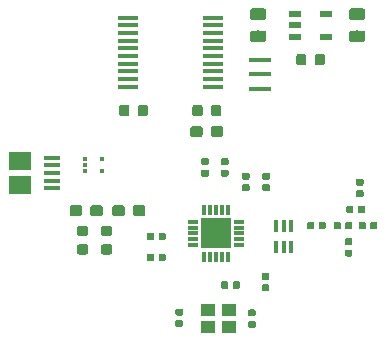
<source format=gtp>
G04 #@! TF.GenerationSoftware,KiCad,Pcbnew,(5.0.0)*
G04 #@! TF.CreationDate,2019-01-10T03:07:59-03:00*
G04 #@! TF.ProjectId,EstacionTerrena,4573746163696F6E54657272656E612E,rev?*
G04 #@! TF.SameCoordinates,Original*
G04 #@! TF.FileFunction,Paste,Top*
G04 #@! TF.FilePolarity,Positive*
%FSLAX46Y46*%
G04 Gerber Fmt 4.6, Leading zero omitted, Abs format (unit mm)*
G04 Created by KiCad (PCBNEW (5.0.0)) date 01/10/19 03:07:59*
%MOMM*%
%LPD*%
G01*
G04 APERTURE LIST*
%ADD10C,0.100000*%
%ADD11C,0.590000*%
%ADD12C,0.875000*%
%ADD13C,0.975000*%
%ADD14R,1.900000X1.500000*%
%ADD15R,1.350000X0.400000*%
%ADD16R,1.150000X1.000000*%
%ADD17R,1.900000X0.400000*%
%ADD18R,1.750000X0.450000*%
%ADD19R,0.450000X0.300000*%
%ADD20C,0.950000*%
%ADD21R,1.050000X0.600000*%
%ADD22R,0.900000X0.300000*%
%ADD23R,0.300000X0.900000*%
%ADD24R,2.500000X2.500000*%
%ADD25R,0.350000X1.000000*%
G04 APERTURE END LIST*
D10*
G04 #@! TO.C,C17*
G36*
X27140359Y-19117111D02*
X27154677Y-19119235D01*
X27168718Y-19122752D01*
X27182347Y-19127629D01*
X27195432Y-19133818D01*
X27207848Y-19141259D01*
X27219474Y-19149882D01*
X27230199Y-19159603D01*
X27239920Y-19170328D01*
X27248543Y-19181954D01*
X27255984Y-19194370D01*
X27262173Y-19207455D01*
X27267050Y-19221084D01*
X27270567Y-19235125D01*
X27272691Y-19249443D01*
X27273401Y-19263901D01*
X27273401Y-19608901D01*
X27272691Y-19623359D01*
X27270567Y-19637677D01*
X27267050Y-19651718D01*
X27262173Y-19665347D01*
X27255984Y-19678432D01*
X27248543Y-19690848D01*
X27239920Y-19702474D01*
X27230199Y-19713199D01*
X27219474Y-19722920D01*
X27207848Y-19731543D01*
X27195432Y-19738984D01*
X27182347Y-19745173D01*
X27168718Y-19750050D01*
X27154677Y-19753567D01*
X27140359Y-19755691D01*
X27125901Y-19756401D01*
X26830901Y-19756401D01*
X26816443Y-19755691D01*
X26802125Y-19753567D01*
X26788084Y-19750050D01*
X26774455Y-19745173D01*
X26761370Y-19738984D01*
X26748954Y-19731543D01*
X26737328Y-19722920D01*
X26726603Y-19713199D01*
X26716882Y-19702474D01*
X26708259Y-19690848D01*
X26700818Y-19678432D01*
X26694629Y-19665347D01*
X26689752Y-19651718D01*
X26686235Y-19637677D01*
X26684111Y-19623359D01*
X26683401Y-19608901D01*
X26683401Y-19263901D01*
X26684111Y-19249443D01*
X26686235Y-19235125D01*
X26689752Y-19221084D01*
X26694629Y-19207455D01*
X26700818Y-19194370D01*
X26708259Y-19181954D01*
X26716882Y-19170328D01*
X26726603Y-19159603D01*
X26737328Y-19149882D01*
X26748954Y-19141259D01*
X26761370Y-19133818D01*
X26774455Y-19127629D01*
X26788084Y-19122752D01*
X26802125Y-19119235D01*
X26816443Y-19117111D01*
X26830901Y-19116401D01*
X27125901Y-19116401D01*
X27140359Y-19117111D01*
X27140359Y-19117111D01*
G37*
D11*
X26978401Y-19436401D03*
D10*
G36*
X26170359Y-19117111D02*
X26184677Y-19119235D01*
X26198718Y-19122752D01*
X26212347Y-19127629D01*
X26225432Y-19133818D01*
X26237848Y-19141259D01*
X26249474Y-19149882D01*
X26260199Y-19159603D01*
X26269920Y-19170328D01*
X26278543Y-19181954D01*
X26285984Y-19194370D01*
X26292173Y-19207455D01*
X26297050Y-19221084D01*
X26300567Y-19235125D01*
X26302691Y-19249443D01*
X26303401Y-19263901D01*
X26303401Y-19608901D01*
X26302691Y-19623359D01*
X26300567Y-19637677D01*
X26297050Y-19651718D01*
X26292173Y-19665347D01*
X26285984Y-19678432D01*
X26278543Y-19690848D01*
X26269920Y-19702474D01*
X26260199Y-19713199D01*
X26249474Y-19722920D01*
X26237848Y-19731543D01*
X26225432Y-19738984D01*
X26212347Y-19745173D01*
X26198718Y-19750050D01*
X26184677Y-19753567D01*
X26170359Y-19755691D01*
X26155901Y-19756401D01*
X25860901Y-19756401D01*
X25846443Y-19755691D01*
X25832125Y-19753567D01*
X25818084Y-19750050D01*
X25804455Y-19745173D01*
X25791370Y-19738984D01*
X25778954Y-19731543D01*
X25767328Y-19722920D01*
X25756603Y-19713199D01*
X25746882Y-19702474D01*
X25738259Y-19690848D01*
X25730818Y-19678432D01*
X25724629Y-19665347D01*
X25719752Y-19651718D01*
X25716235Y-19637677D01*
X25714111Y-19623359D01*
X25713401Y-19608901D01*
X25713401Y-19263901D01*
X25714111Y-19249443D01*
X25716235Y-19235125D01*
X25719752Y-19221084D01*
X25724629Y-19207455D01*
X25730818Y-19194370D01*
X25738259Y-19181954D01*
X25746882Y-19170328D01*
X25756603Y-19159603D01*
X25767328Y-19149882D01*
X25778954Y-19141259D01*
X25791370Y-19133818D01*
X25804455Y-19127629D01*
X25818084Y-19122752D01*
X25832125Y-19119235D01*
X25846443Y-19117111D01*
X25860901Y-19116401D01*
X26155901Y-19116401D01*
X26170359Y-19117111D01*
X26170359Y-19117111D01*
G37*
D11*
X26008401Y-19436401D03*
G04 #@! TD*
D10*
G04 #@! TO.C,C15*
G36*
X29410758Y-21468910D02*
X29425076Y-21471034D01*
X29439117Y-21474551D01*
X29452746Y-21479428D01*
X29465831Y-21485617D01*
X29478247Y-21493058D01*
X29489873Y-21501681D01*
X29500598Y-21511402D01*
X29510319Y-21522127D01*
X29518942Y-21533753D01*
X29526383Y-21546169D01*
X29532572Y-21559254D01*
X29537449Y-21572883D01*
X29540966Y-21586924D01*
X29543090Y-21601242D01*
X29543800Y-21615700D01*
X29543800Y-21910700D01*
X29543090Y-21925158D01*
X29540966Y-21939476D01*
X29537449Y-21953517D01*
X29532572Y-21967146D01*
X29526383Y-21980231D01*
X29518942Y-21992647D01*
X29510319Y-22004273D01*
X29500598Y-22014998D01*
X29489873Y-22024719D01*
X29478247Y-22033342D01*
X29465831Y-22040783D01*
X29452746Y-22046972D01*
X29439117Y-22051849D01*
X29425076Y-22055366D01*
X29410758Y-22057490D01*
X29396300Y-22058200D01*
X29051300Y-22058200D01*
X29036842Y-22057490D01*
X29022524Y-22055366D01*
X29008483Y-22051849D01*
X28994854Y-22046972D01*
X28981769Y-22040783D01*
X28969353Y-22033342D01*
X28957727Y-22024719D01*
X28947002Y-22014998D01*
X28937281Y-22004273D01*
X28928658Y-21992647D01*
X28921217Y-21980231D01*
X28915028Y-21967146D01*
X28910151Y-21953517D01*
X28906634Y-21939476D01*
X28904510Y-21925158D01*
X28903800Y-21910700D01*
X28903800Y-21615700D01*
X28904510Y-21601242D01*
X28906634Y-21586924D01*
X28910151Y-21572883D01*
X28915028Y-21559254D01*
X28921217Y-21546169D01*
X28928658Y-21533753D01*
X28937281Y-21522127D01*
X28947002Y-21511402D01*
X28957727Y-21501681D01*
X28969353Y-21493058D01*
X28981769Y-21485617D01*
X28994854Y-21479428D01*
X29008483Y-21474551D01*
X29022524Y-21471034D01*
X29036842Y-21468910D01*
X29051300Y-21468200D01*
X29396300Y-21468200D01*
X29410758Y-21468910D01*
X29410758Y-21468910D01*
G37*
D11*
X29223800Y-21763200D03*
D10*
G36*
X29410758Y-20498910D02*
X29425076Y-20501034D01*
X29439117Y-20504551D01*
X29452746Y-20509428D01*
X29465831Y-20515617D01*
X29478247Y-20523058D01*
X29489873Y-20531681D01*
X29500598Y-20541402D01*
X29510319Y-20552127D01*
X29518942Y-20563753D01*
X29526383Y-20576169D01*
X29532572Y-20589254D01*
X29537449Y-20602883D01*
X29540966Y-20616924D01*
X29543090Y-20631242D01*
X29543800Y-20645700D01*
X29543800Y-20940700D01*
X29543090Y-20955158D01*
X29540966Y-20969476D01*
X29537449Y-20983517D01*
X29532572Y-20997146D01*
X29526383Y-21010231D01*
X29518942Y-21022647D01*
X29510319Y-21034273D01*
X29500598Y-21044998D01*
X29489873Y-21054719D01*
X29478247Y-21063342D01*
X29465831Y-21070783D01*
X29452746Y-21076972D01*
X29439117Y-21081849D01*
X29425076Y-21085366D01*
X29410758Y-21087490D01*
X29396300Y-21088200D01*
X29051300Y-21088200D01*
X29036842Y-21087490D01*
X29022524Y-21085366D01*
X29008483Y-21081849D01*
X28994854Y-21076972D01*
X28981769Y-21070783D01*
X28969353Y-21063342D01*
X28957727Y-21054719D01*
X28947002Y-21044998D01*
X28937281Y-21034273D01*
X28928658Y-21022647D01*
X28921217Y-21010231D01*
X28915028Y-20997146D01*
X28910151Y-20983517D01*
X28906634Y-20969476D01*
X28904510Y-20955158D01*
X28903800Y-20940700D01*
X28903800Y-20645700D01*
X28904510Y-20631242D01*
X28906634Y-20616924D01*
X28910151Y-20602883D01*
X28915028Y-20589254D01*
X28921217Y-20576169D01*
X28928658Y-20563753D01*
X28937281Y-20552127D01*
X28947002Y-20541402D01*
X28957727Y-20531681D01*
X28969353Y-20523058D01*
X28981769Y-20515617D01*
X28994854Y-20509428D01*
X29008483Y-20504551D01*
X29022524Y-20501034D01*
X29036842Y-20498910D01*
X29051300Y-20498200D01*
X29396300Y-20498200D01*
X29410758Y-20498910D01*
X29410758Y-20498910D01*
G37*
D11*
X29223800Y-20793200D03*
G04 #@! TD*
D10*
G04 #@! TO.C,C16*
G36*
X30348158Y-16439710D02*
X30362476Y-16441834D01*
X30376517Y-16445351D01*
X30390146Y-16450228D01*
X30403231Y-16456417D01*
X30415647Y-16463858D01*
X30427273Y-16472481D01*
X30437998Y-16482202D01*
X30447719Y-16492927D01*
X30456342Y-16504553D01*
X30463783Y-16516969D01*
X30469972Y-16530054D01*
X30474849Y-16543683D01*
X30478366Y-16557724D01*
X30480490Y-16572042D01*
X30481200Y-16586500D01*
X30481200Y-16881500D01*
X30480490Y-16895958D01*
X30478366Y-16910276D01*
X30474849Y-16924317D01*
X30469972Y-16937946D01*
X30463783Y-16951031D01*
X30456342Y-16963447D01*
X30447719Y-16975073D01*
X30437998Y-16985798D01*
X30427273Y-16995519D01*
X30415647Y-17004142D01*
X30403231Y-17011583D01*
X30390146Y-17017772D01*
X30376517Y-17022649D01*
X30362476Y-17026166D01*
X30348158Y-17028290D01*
X30333700Y-17029000D01*
X29988700Y-17029000D01*
X29974242Y-17028290D01*
X29959924Y-17026166D01*
X29945883Y-17022649D01*
X29932254Y-17017772D01*
X29919169Y-17011583D01*
X29906753Y-17004142D01*
X29895127Y-16995519D01*
X29884402Y-16985798D01*
X29874681Y-16975073D01*
X29866058Y-16963447D01*
X29858617Y-16951031D01*
X29852428Y-16937946D01*
X29847551Y-16924317D01*
X29844034Y-16910276D01*
X29841910Y-16895958D01*
X29841200Y-16881500D01*
X29841200Y-16586500D01*
X29841910Y-16572042D01*
X29844034Y-16557724D01*
X29847551Y-16543683D01*
X29852428Y-16530054D01*
X29858617Y-16516969D01*
X29866058Y-16504553D01*
X29874681Y-16492927D01*
X29884402Y-16482202D01*
X29895127Y-16472481D01*
X29906753Y-16463858D01*
X29919169Y-16456417D01*
X29932254Y-16450228D01*
X29945883Y-16445351D01*
X29959924Y-16441834D01*
X29974242Y-16439710D01*
X29988700Y-16439000D01*
X30333700Y-16439000D01*
X30348158Y-16439710D01*
X30348158Y-16439710D01*
G37*
D11*
X30161200Y-16734000D03*
D10*
G36*
X30348158Y-15469710D02*
X30362476Y-15471834D01*
X30376517Y-15475351D01*
X30390146Y-15480228D01*
X30403231Y-15486417D01*
X30415647Y-15493858D01*
X30427273Y-15502481D01*
X30437998Y-15512202D01*
X30447719Y-15522927D01*
X30456342Y-15534553D01*
X30463783Y-15546969D01*
X30469972Y-15560054D01*
X30474849Y-15573683D01*
X30478366Y-15587724D01*
X30480490Y-15602042D01*
X30481200Y-15616500D01*
X30481200Y-15911500D01*
X30480490Y-15925958D01*
X30478366Y-15940276D01*
X30474849Y-15954317D01*
X30469972Y-15967946D01*
X30463783Y-15981031D01*
X30456342Y-15993447D01*
X30447719Y-16005073D01*
X30437998Y-16015798D01*
X30427273Y-16025519D01*
X30415647Y-16034142D01*
X30403231Y-16041583D01*
X30390146Y-16047772D01*
X30376517Y-16052649D01*
X30362476Y-16056166D01*
X30348158Y-16058290D01*
X30333700Y-16059000D01*
X29988700Y-16059000D01*
X29974242Y-16058290D01*
X29959924Y-16056166D01*
X29945883Y-16052649D01*
X29932254Y-16047772D01*
X29919169Y-16041583D01*
X29906753Y-16034142D01*
X29895127Y-16025519D01*
X29884402Y-16015798D01*
X29874681Y-16005073D01*
X29866058Y-15993447D01*
X29858617Y-15981031D01*
X29852428Y-15967946D01*
X29847551Y-15954317D01*
X29844034Y-15940276D01*
X29841910Y-15925958D01*
X29841200Y-15911500D01*
X29841200Y-15616500D01*
X29841910Y-15602042D01*
X29844034Y-15587724D01*
X29847551Y-15573683D01*
X29852428Y-15560054D01*
X29858617Y-15546969D01*
X29866058Y-15534553D01*
X29874681Y-15522927D01*
X29884402Y-15512202D01*
X29895127Y-15502481D01*
X29906753Y-15493858D01*
X29919169Y-15486417D01*
X29932254Y-15480228D01*
X29945883Y-15475351D01*
X29959924Y-15471834D01*
X29974242Y-15469710D01*
X29988700Y-15469000D01*
X30333700Y-15469000D01*
X30348158Y-15469710D01*
X30348158Y-15469710D01*
G37*
D11*
X30161200Y-15764000D03*
G04 #@! TD*
D10*
G04 #@! TO.C,C5*
G36*
X10462291Y-9221853D02*
X10483526Y-9225003D01*
X10504350Y-9230219D01*
X10524562Y-9237451D01*
X10543968Y-9246630D01*
X10562381Y-9257666D01*
X10579624Y-9270454D01*
X10595530Y-9284870D01*
X10609946Y-9300776D01*
X10622734Y-9318019D01*
X10633770Y-9336432D01*
X10642949Y-9355838D01*
X10650181Y-9376050D01*
X10655397Y-9396874D01*
X10658547Y-9418109D01*
X10659600Y-9439550D01*
X10659600Y-9952050D01*
X10658547Y-9973491D01*
X10655397Y-9994726D01*
X10650181Y-10015550D01*
X10642949Y-10035762D01*
X10633770Y-10055168D01*
X10622734Y-10073581D01*
X10609946Y-10090824D01*
X10595530Y-10106730D01*
X10579624Y-10121146D01*
X10562381Y-10133934D01*
X10543968Y-10144970D01*
X10524562Y-10154149D01*
X10504350Y-10161381D01*
X10483526Y-10166597D01*
X10462291Y-10169747D01*
X10440850Y-10170800D01*
X10003350Y-10170800D01*
X9981909Y-10169747D01*
X9960674Y-10166597D01*
X9939850Y-10161381D01*
X9919638Y-10154149D01*
X9900232Y-10144970D01*
X9881819Y-10133934D01*
X9864576Y-10121146D01*
X9848670Y-10106730D01*
X9834254Y-10090824D01*
X9821466Y-10073581D01*
X9810430Y-10055168D01*
X9801251Y-10035762D01*
X9794019Y-10015550D01*
X9788803Y-9994726D01*
X9785653Y-9973491D01*
X9784600Y-9952050D01*
X9784600Y-9439550D01*
X9785653Y-9418109D01*
X9788803Y-9396874D01*
X9794019Y-9376050D01*
X9801251Y-9355838D01*
X9810430Y-9336432D01*
X9821466Y-9318019D01*
X9834254Y-9300776D01*
X9848670Y-9284870D01*
X9864576Y-9270454D01*
X9881819Y-9257666D01*
X9900232Y-9246630D01*
X9919638Y-9237451D01*
X9939850Y-9230219D01*
X9960674Y-9225003D01*
X9981909Y-9221853D01*
X10003350Y-9220800D01*
X10440850Y-9220800D01*
X10462291Y-9221853D01*
X10462291Y-9221853D01*
G37*
D12*
X10222100Y-9695800D03*
D10*
G36*
X12037291Y-9221853D02*
X12058526Y-9225003D01*
X12079350Y-9230219D01*
X12099562Y-9237451D01*
X12118968Y-9246630D01*
X12137381Y-9257666D01*
X12154624Y-9270454D01*
X12170530Y-9284870D01*
X12184946Y-9300776D01*
X12197734Y-9318019D01*
X12208770Y-9336432D01*
X12217949Y-9355838D01*
X12225181Y-9376050D01*
X12230397Y-9396874D01*
X12233547Y-9418109D01*
X12234600Y-9439550D01*
X12234600Y-9952050D01*
X12233547Y-9973491D01*
X12230397Y-9994726D01*
X12225181Y-10015550D01*
X12217949Y-10035762D01*
X12208770Y-10055168D01*
X12197734Y-10073581D01*
X12184946Y-10090824D01*
X12170530Y-10106730D01*
X12154624Y-10121146D01*
X12137381Y-10133934D01*
X12118968Y-10144970D01*
X12099562Y-10154149D01*
X12079350Y-10161381D01*
X12058526Y-10166597D01*
X12037291Y-10169747D01*
X12015850Y-10170800D01*
X11578350Y-10170800D01*
X11556909Y-10169747D01*
X11535674Y-10166597D01*
X11514850Y-10161381D01*
X11494638Y-10154149D01*
X11475232Y-10144970D01*
X11456819Y-10133934D01*
X11439576Y-10121146D01*
X11423670Y-10106730D01*
X11409254Y-10090824D01*
X11396466Y-10073581D01*
X11385430Y-10055168D01*
X11376251Y-10035762D01*
X11369019Y-10015550D01*
X11363803Y-9994726D01*
X11360653Y-9973491D01*
X11359600Y-9952050D01*
X11359600Y-9439550D01*
X11360653Y-9418109D01*
X11363803Y-9396874D01*
X11369019Y-9376050D01*
X11376251Y-9355838D01*
X11385430Y-9336432D01*
X11396466Y-9318019D01*
X11409254Y-9300776D01*
X11423670Y-9284870D01*
X11439576Y-9270454D01*
X11456819Y-9257666D01*
X11475232Y-9246630D01*
X11494638Y-9237451D01*
X11514850Y-9230219D01*
X11535674Y-9225003D01*
X11556909Y-9221853D01*
X11578350Y-9220800D01*
X12015850Y-9220800D01*
X12037291Y-9221853D01*
X12037291Y-9221853D01*
G37*
D12*
X11797100Y-9695800D03*
G04 #@! TD*
D10*
G04 #@! TO.C,C4*
G36*
X18234891Y-9221853D02*
X18256126Y-9225003D01*
X18276950Y-9230219D01*
X18297162Y-9237451D01*
X18316568Y-9246630D01*
X18334981Y-9257666D01*
X18352224Y-9270454D01*
X18368130Y-9284870D01*
X18382546Y-9300776D01*
X18395334Y-9318019D01*
X18406370Y-9336432D01*
X18415549Y-9355838D01*
X18422781Y-9376050D01*
X18427997Y-9396874D01*
X18431147Y-9418109D01*
X18432200Y-9439550D01*
X18432200Y-9952050D01*
X18431147Y-9973491D01*
X18427997Y-9994726D01*
X18422781Y-10015550D01*
X18415549Y-10035762D01*
X18406370Y-10055168D01*
X18395334Y-10073581D01*
X18382546Y-10090824D01*
X18368130Y-10106730D01*
X18352224Y-10121146D01*
X18334981Y-10133934D01*
X18316568Y-10144970D01*
X18297162Y-10154149D01*
X18276950Y-10161381D01*
X18256126Y-10166597D01*
X18234891Y-10169747D01*
X18213450Y-10170800D01*
X17775950Y-10170800D01*
X17754509Y-10169747D01*
X17733274Y-10166597D01*
X17712450Y-10161381D01*
X17692238Y-10154149D01*
X17672832Y-10144970D01*
X17654419Y-10133934D01*
X17637176Y-10121146D01*
X17621270Y-10106730D01*
X17606854Y-10090824D01*
X17594066Y-10073581D01*
X17583030Y-10055168D01*
X17573851Y-10035762D01*
X17566619Y-10015550D01*
X17561403Y-9994726D01*
X17558253Y-9973491D01*
X17557200Y-9952050D01*
X17557200Y-9439550D01*
X17558253Y-9418109D01*
X17561403Y-9396874D01*
X17566619Y-9376050D01*
X17573851Y-9355838D01*
X17583030Y-9336432D01*
X17594066Y-9318019D01*
X17606854Y-9300776D01*
X17621270Y-9284870D01*
X17637176Y-9270454D01*
X17654419Y-9257666D01*
X17672832Y-9246630D01*
X17692238Y-9237451D01*
X17712450Y-9230219D01*
X17733274Y-9225003D01*
X17754509Y-9221853D01*
X17775950Y-9220800D01*
X18213450Y-9220800D01*
X18234891Y-9221853D01*
X18234891Y-9221853D01*
G37*
D12*
X17994700Y-9695800D03*
D10*
G36*
X16659891Y-9221853D02*
X16681126Y-9225003D01*
X16701950Y-9230219D01*
X16722162Y-9237451D01*
X16741568Y-9246630D01*
X16759981Y-9257666D01*
X16777224Y-9270454D01*
X16793130Y-9284870D01*
X16807546Y-9300776D01*
X16820334Y-9318019D01*
X16831370Y-9336432D01*
X16840549Y-9355838D01*
X16847781Y-9376050D01*
X16852997Y-9396874D01*
X16856147Y-9418109D01*
X16857200Y-9439550D01*
X16857200Y-9952050D01*
X16856147Y-9973491D01*
X16852997Y-9994726D01*
X16847781Y-10015550D01*
X16840549Y-10035762D01*
X16831370Y-10055168D01*
X16820334Y-10073581D01*
X16807546Y-10090824D01*
X16793130Y-10106730D01*
X16777224Y-10121146D01*
X16759981Y-10133934D01*
X16741568Y-10144970D01*
X16722162Y-10154149D01*
X16701950Y-10161381D01*
X16681126Y-10166597D01*
X16659891Y-10169747D01*
X16638450Y-10170800D01*
X16200950Y-10170800D01*
X16179509Y-10169747D01*
X16158274Y-10166597D01*
X16137450Y-10161381D01*
X16117238Y-10154149D01*
X16097832Y-10144970D01*
X16079419Y-10133934D01*
X16062176Y-10121146D01*
X16046270Y-10106730D01*
X16031854Y-10090824D01*
X16019066Y-10073581D01*
X16008030Y-10055168D01*
X15998851Y-10035762D01*
X15991619Y-10015550D01*
X15986403Y-9994726D01*
X15983253Y-9973491D01*
X15982200Y-9952050D01*
X15982200Y-9439550D01*
X15983253Y-9418109D01*
X15986403Y-9396874D01*
X15991619Y-9376050D01*
X15998851Y-9355838D01*
X16008030Y-9336432D01*
X16019066Y-9318019D01*
X16031854Y-9300776D01*
X16046270Y-9284870D01*
X16062176Y-9270454D01*
X16079419Y-9257666D01*
X16097832Y-9246630D01*
X16117238Y-9237451D01*
X16137450Y-9230219D01*
X16158274Y-9225003D01*
X16179509Y-9221853D01*
X16200950Y-9220800D01*
X16638450Y-9220800D01*
X16659891Y-9221853D01*
X16659891Y-9221853D01*
G37*
D12*
X16419700Y-9695800D03*
G04 #@! TD*
D10*
G04 #@! TO.C,C2*
G36*
X25448291Y-4929253D02*
X25469526Y-4932403D01*
X25490350Y-4937619D01*
X25510562Y-4944851D01*
X25529968Y-4954030D01*
X25548381Y-4965066D01*
X25565624Y-4977854D01*
X25581530Y-4992270D01*
X25595946Y-5008176D01*
X25608734Y-5025419D01*
X25619770Y-5043832D01*
X25628949Y-5063238D01*
X25636181Y-5083450D01*
X25641397Y-5104274D01*
X25644547Y-5125509D01*
X25645600Y-5146950D01*
X25645600Y-5659450D01*
X25644547Y-5680891D01*
X25641397Y-5702126D01*
X25636181Y-5722950D01*
X25628949Y-5743162D01*
X25619770Y-5762568D01*
X25608734Y-5780981D01*
X25595946Y-5798224D01*
X25581530Y-5814130D01*
X25565624Y-5828546D01*
X25548381Y-5841334D01*
X25529968Y-5852370D01*
X25510562Y-5861549D01*
X25490350Y-5868781D01*
X25469526Y-5873997D01*
X25448291Y-5877147D01*
X25426850Y-5878200D01*
X24989350Y-5878200D01*
X24967909Y-5877147D01*
X24946674Y-5873997D01*
X24925850Y-5868781D01*
X24905638Y-5861549D01*
X24886232Y-5852370D01*
X24867819Y-5841334D01*
X24850576Y-5828546D01*
X24834670Y-5814130D01*
X24820254Y-5798224D01*
X24807466Y-5780981D01*
X24796430Y-5762568D01*
X24787251Y-5743162D01*
X24780019Y-5722950D01*
X24774803Y-5702126D01*
X24771653Y-5680891D01*
X24770600Y-5659450D01*
X24770600Y-5146950D01*
X24771653Y-5125509D01*
X24774803Y-5104274D01*
X24780019Y-5083450D01*
X24787251Y-5063238D01*
X24796430Y-5043832D01*
X24807466Y-5025419D01*
X24820254Y-5008176D01*
X24834670Y-4992270D01*
X24850576Y-4977854D01*
X24867819Y-4965066D01*
X24886232Y-4954030D01*
X24905638Y-4944851D01*
X24925850Y-4937619D01*
X24946674Y-4932403D01*
X24967909Y-4929253D01*
X24989350Y-4928200D01*
X25426850Y-4928200D01*
X25448291Y-4929253D01*
X25448291Y-4929253D01*
G37*
D12*
X25208100Y-5403200D03*
D10*
G36*
X27023291Y-4929253D02*
X27044526Y-4932403D01*
X27065350Y-4937619D01*
X27085562Y-4944851D01*
X27104968Y-4954030D01*
X27123381Y-4965066D01*
X27140624Y-4977854D01*
X27156530Y-4992270D01*
X27170946Y-5008176D01*
X27183734Y-5025419D01*
X27194770Y-5043832D01*
X27203949Y-5063238D01*
X27211181Y-5083450D01*
X27216397Y-5104274D01*
X27219547Y-5125509D01*
X27220600Y-5146950D01*
X27220600Y-5659450D01*
X27219547Y-5680891D01*
X27216397Y-5702126D01*
X27211181Y-5722950D01*
X27203949Y-5743162D01*
X27194770Y-5762568D01*
X27183734Y-5780981D01*
X27170946Y-5798224D01*
X27156530Y-5814130D01*
X27140624Y-5828546D01*
X27123381Y-5841334D01*
X27104968Y-5852370D01*
X27085562Y-5861549D01*
X27065350Y-5868781D01*
X27044526Y-5873997D01*
X27023291Y-5877147D01*
X27001850Y-5878200D01*
X26564350Y-5878200D01*
X26542909Y-5877147D01*
X26521674Y-5873997D01*
X26500850Y-5868781D01*
X26480638Y-5861549D01*
X26461232Y-5852370D01*
X26442819Y-5841334D01*
X26425576Y-5828546D01*
X26409670Y-5814130D01*
X26395254Y-5798224D01*
X26382466Y-5780981D01*
X26371430Y-5762568D01*
X26362251Y-5743162D01*
X26355019Y-5722950D01*
X26349803Y-5702126D01*
X26346653Y-5680891D01*
X26345600Y-5659450D01*
X26345600Y-5146950D01*
X26346653Y-5125509D01*
X26349803Y-5104274D01*
X26355019Y-5083450D01*
X26362251Y-5063238D01*
X26371430Y-5043832D01*
X26382466Y-5025419D01*
X26395254Y-5008176D01*
X26409670Y-4992270D01*
X26425576Y-4977854D01*
X26442819Y-4965066D01*
X26461232Y-4954030D01*
X26480638Y-4944851D01*
X26500850Y-4937619D01*
X26521674Y-4932403D01*
X26542909Y-4929253D01*
X26564350Y-4928200D01*
X27001850Y-4928200D01*
X27023291Y-4929253D01*
X27023291Y-4929253D01*
G37*
D12*
X26783100Y-5403200D03*
G04 #@! TD*
D10*
G04 #@! TO.C,C3*
G36*
X30412742Y-2933374D02*
X30436403Y-2936884D01*
X30459607Y-2942696D01*
X30482129Y-2950754D01*
X30503753Y-2960982D01*
X30524270Y-2973279D01*
X30543483Y-2987529D01*
X30561207Y-3003593D01*
X30577271Y-3021317D01*
X30591521Y-3040530D01*
X30603818Y-3061047D01*
X30614046Y-3082671D01*
X30622104Y-3105193D01*
X30627916Y-3128397D01*
X30631426Y-3152058D01*
X30632600Y-3175950D01*
X30632600Y-3663450D01*
X30631426Y-3687342D01*
X30627916Y-3711003D01*
X30622104Y-3734207D01*
X30614046Y-3756729D01*
X30603818Y-3778353D01*
X30591521Y-3798870D01*
X30577271Y-3818083D01*
X30561207Y-3835807D01*
X30543483Y-3851871D01*
X30524270Y-3866121D01*
X30503753Y-3878418D01*
X30482129Y-3888646D01*
X30459607Y-3896704D01*
X30436403Y-3902516D01*
X30412742Y-3906026D01*
X30388850Y-3907200D01*
X29476350Y-3907200D01*
X29452458Y-3906026D01*
X29428797Y-3902516D01*
X29405593Y-3896704D01*
X29383071Y-3888646D01*
X29361447Y-3878418D01*
X29340930Y-3866121D01*
X29321717Y-3851871D01*
X29303993Y-3835807D01*
X29287929Y-3818083D01*
X29273679Y-3798870D01*
X29261382Y-3778353D01*
X29251154Y-3756729D01*
X29243096Y-3734207D01*
X29237284Y-3711003D01*
X29233774Y-3687342D01*
X29232600Y-3663450D01*
X29232600Y-3175950D01*
X29233774Y-3152058D01*
X29237284Y-3128397D01*
X29243096Y-3105193D01*
X29251154Y-3082671D01*
X29261382Y-3061047D01*
X29273679Y-3040530D01*
X29287929Y-3021317D01*
X29303993Y-3003593D01*
X29321717Y-2987529D01*
X29340930Y-2973279D01*
X29361447Y-2960982D01*
X29383071Y-2950754D01*
X29405593Y-2942696D01*
X29428797Y-2936884D01*
X29452458Y-2933374D01*
X29476350Y-2932200D01*
X30388850Y-2932200D01*
X30412742Y-2933374D01*
X30412742Y-2933374D01*
G37*
D13*
X29932600Y-3419700D03*
D10*
G36*
X30412742Y-1058374D02*
X30436403Y-1061884D01*
X30459607Y-1067696D01*
X30482129Y-1075754D01*
X30503753Y-1085982D01*
X30524270Y-1098279D01*
X30543483Y-1112529D01*
X30561207Y-1128593D01*
X30577271Y-1146317D01*
X30591521Y-1165530D01*
X30603818Y-1186047D01*
X30614046Y-1207671D01*
X30622104Y-1230193D01*
X30627916Y-1253397D01*
X30631426Y-1277058D01*
X30632600Y-1300950D01*
X30632600Y-1788450D01*
X30631426Y-1812342D01*
X30627916Y-1836003D01*
X30622104Y-1859207D01*
X30614046Y-1881729D01*
X30603818Y-1903353D01*
X30591521Y-1923870D01*
X30577271Y-1943083D01*
X30561207Y-1960807D01*
X30543483Y-1976871D01*
X30524270Y-1991121D01*
X30503753Y-2003418D01*
X30482129Y-2013646D01*
X30459607Y-2021704D01*
X30436403Y-2027516D01*
X30412742Y-2031026D01*
X30388850Y-2032200D01*
X29476350Y-2032200D01*
X29452458Y-2031026D01*
X29428797Y-2027516D01*
X29405593Y-2021704D01*
X29383071Y-2013646D01*
X29361447Y-2003418D01*
X29340930Y-1991121D01*
X29321717Y-1976871D01*
X29303993Y-1960807D01*
X29287929Y-1943083D01*
X29273679Y-1923870D01*
X29261382Y-1903353D01*
X29251154Y-1881729D01*
X29243096Y-1859207D01*
X29237284Y-1836003D01*
X29233774Y-1812342D01*
X29232600Y-1788450D01*
X29232600Y-1300950D01*
X29233774Y-1277058D01*
X29237284Y-1253397D01*
X29243096Y-1230193D01*
X29251154Y-1207671D01*
X29261382Y-1186047D01*
X29273679Y-1165530D01*
X29287929Y-1146317D01*
X29303993Y-1128593D01*
X29321717Y-1112529D01*
X29340930Y-1098279D01*
X29361447Y-1085982D01*
X29383071Y-1075754D01*
X29405593Y-1067696D01*
X29428797Y-1061884D01*
X29452458Y-1058374D01*
X29476350Y-1057200D01*
X30388850Y-1057200D01*
X30412742Y-1058374D01*
X30412742Y-1058374D01*
G37*
D13*
X29932600Y-1544700D03*
G04 #@! TD*
D10*
G04 #@! TO.C,C1*
G36*
X22030742Y-1058374D02*
X22054403Y-1061884D01*
X22077607Y-1067696D01*
X22100129Y-1075754D01*
X22121753Y-1085982D01*
X22142270Y-1098279D01*
X22161483Y-1112529D01*
X22179207Y-1128593D01*
X22195271Y-1146317D01*
X22209521Y-1165530D01*
X22221818Y-1186047D01*
X22232046Y-1207671D01*
X22240104Y-1230193D01*
X22245916Y-1253397D01*
X22249426Y-1277058D01*
X22250600Y-1300950D01*
X22250600Y-1788450D01*
X22249426Y-1812342D01*
X22245916Y-1836003D01*
X22240104Y-1859207D01*
X22232046Y-1881729D01*
X22221818Y-1903353D01*
X22209521Y-1923870D01*
X22195271Y-1943083D01*
X22179207Y-1960807D01*
X22161483Y-1976871D01*
X22142270Y-1991121D01*
X22121753Y-2003418D01*
X22100129Y-2013646D01*
X22077607Y-2021704D01*
X22054403Y-2027516D01*
X22030742Y-2031026D01*
X22006850Y-2032200D01*
X21094350Y-2032200D01*
X21070458Y-2031026D01*
X21046797Y-2027516D01*
X21023593Y-2021704D01*
X21001071Y-2013646D01*
X20979447Y-2003418D01*
X20958930Y-1991121D01*
X20939717Y-1976871D01*
X20921993Y-1960807D01*
X20905929Y-1943083D01*
X20891679Y-1923870D01*
X20879382Y-1903353D01*
X20869154Y-1881729D01*
X20861096Y-1859207D01*
X20855284Y-1836003D01*
X20851774Y-1812342D01*
X20850600Y-1788450D01*
X20850600Y-1300950D01*
X20851774Y-1277058D01*
X20855284Y-1253397D01*
X20861096Y-1230193D01*
X20869154Y-1207671D01*
X20879382Y-1186047D01*
X20891679Y-1165530D01*
X20905929Y-1146317D01*
X20921993Y-1128593D01*
X20939717Y-1112529D01*
X20958930Y-1098279D01*
X20979447Y-1085982D01*
X21001071Y-1075754D01*
X21023593Y-1067696D01*
X21046797Y-1061884D01*
X21070458Y-1058374D01*
X21094350Y-1057200D01*
X22006850Y-1057200D01*
X22030742Y-1058374D01*
X22030742Y-1058374D01*
G37*
D13*
X21550600Y-1544700D03*
D10*
G36*
X22030742Y-2933374D02*
X22054403Y-2936884D01*
X22077607Y-2942696D01*
X22100129Y-2950754D01*
X22121753Y-2960982D01*
X22142270Y-2973279D01*
X22161483Y-2987529D01*
X22179207Y-3003593D01*
X22195271Y-3021317D01*
X22209521Y-3040530D01*
X22221818Y-3061047D01*
X22232046Y-3082671D01*
X22240104Y-3105193D01*
X22245916Y-3128397D01*
X22249426Y-3152058D01*
X22250600Y-3175950D01*
X22250600Y-3663450D01*
X22249426Y-3687342D01*
X22245916Y-3711003D01*
X22240104Y-3734207D01*
X22232046Y-3756729D01*
X22221818Y-3778353D01*
X22209521Y-3798870D01*
X22195271Y-3818083D01*
X22179207Y-3835807D01*
X22161483Y-3851871D01*
X22142270Y-3866121D01*
X22121753Y-3878418D01*
X22100129Y-3888646D01*
X22077607Y-3896704D01*
X22054403Y-3902516D01*
X22030742Y-3906026D01*
X22006850Y-3907200D01*
X21094350Y-3907200D01*
X21070458Y-3906026D01*
X21046797Y-3902516D01*
X21023593Y-3896704D01*
X21001071Y-3888646D01*
X20979447Y-3878418D01*
X20958930Y-3866121D01*
X20939717Y-3851871D01*
X20921993Y-3835807D01*
X20905929Y-3818083D01*
X20891679Y-3798870D01*
X20879382Y-3778353D01*
X20869154Y-3756729D01*
X20861096Y-3734207D01*
X20855284Y-3711003D01*
X20851774Y-3687342D01*
X20850600Y-3663450D01*
X20850600Y-3175950D01*
X20851774Y-3152058D01*
X20855284Y-3128397D01*
X20861096Y-3105193D01*
X20869154Y-3082671D01*
X20879382Y-3061047D01*
X20891679Y-3040530D01*
X20905929Y-3021317D01*
X20921993Y-3003593D01*
X20939717Y-2987529D01*
X20958930Y-2973279D01*
X20979447Y-2960982D01*
X21001071Y-2950754D01*
X21023593Y-2942696D01*
X21046797Y-2936884D01*
X21070458Y-2933374D01*
X21094350Y-2932200D01*
X22006850Y-2932200D01*
X22030742Y-2933374D01*
X22030742Y-2933374D01*
G37*
D13*
X21550600Y-3419700D03*
G04 #@! TD*
D14*
G04 #@! TO.C,J2*
X1429500Y-16000000D03*
D15*
X4129500Y-14350000D03*
X4129500Y-13700000D03*
X4129500Y-16300000D03*
X4129500Y-15650000D03*
X4129500Y-15000000D03*
D14*
X1429500Y-14000000D03*
G04 #@! TD*
D16*
G04 #@! TO.C,Y2*
X17297400Y-28023400D03*
X19047400Y-28023400D03*
X19047400Y-26623400D03*
X17297400Y-26623400D03*
G04 #@! TD*
D17*
G04 #@! TO.C,Y1*
X21677600Y-7847800D03*
X21677600Y-6647800D03*
X21677600Y-5447800D03*
G04 #@! TD*
D10*
G04 #@! TO.C,L1*
G36*
X30526358Y-19130110D02*
X30540676Y-19132234D01*
X30554717Y-19135751D01*
X30568346Y-19140628D01*
X30581431Y-19146817D01*
X30593847Y-19154258D01*
X30605473Y-19162881D01*
X30616198Y-19172602D01*
X30625919Y-19183327D01*
X30634542Y-19194953D01*
X30641983Y-19207369D01*
X30648172Y-19220454D01*
X30653049Y-19234083D01*
X30656566Y-19248124D01*
X30658690Y-19262442D01*
X30659400Y-19276900D01*
X30659400Y-19621900D01*
X30658690Y-19636358D01*
X30656566Y-19650676D01*
X30653049Y-19664717D01*
X30648172Y-19678346D01*
X30641983Y-19691431D01*
X30634542Y-19703847D01*
X30625919Y-19715473D01*
X30616198Y-19726198D01*
X30605473Y-19735919D01*
X30593847Y-19744542D01*
X30581431Y-19751983D01*
X30568346Y-19758172D01*
X30554717Y-19763049D01*
X30540676Y-19766566D01*
X30526358Y-19768690D01*
X30511900Y-19769400D01*
X30216900Y-19769400D01*
X30202442Y-19768690D01*
X30188124Y-19766566D01*
X30174083Y-19763049D01*
X30160454Y-19758172D01*
X30147369Y-19751983D01*
X30134953Y-19744542D01*
X30123327Y-19735919D01*
X30112602Y-19726198D01*
X30102881Y-19715473D01*
X30094258Y-19703847D01*
X30086817Y-19691431D01*
X30080628Y-19678346D01*
X30075751Y-19664717D01*
X30072234Y-19650676D01*
X30070110Y-19636358D01*
X30069400Y-19621900D01*
X30069400Y-19276900D01*
X30070110Y-19262442D01*
X30072234Y-19248124D01*
X30075751Y-19234083D01*
X30080628Y-19220454D01*
X30086817Y-19207369D01*
X30094258Y-19194953D01*
X30102881Y-19183327D01*
X30112602Y-19172602D01*
X30123327Y-19162881D01*
X30134953Y-19154258D01*
X30147369Y-19146817D01*
X30160454Y-19140628D01*
X30174083Y-19135751D01*
X30188124Y-19132234D01*
X30202442Y-19130110D01*
X30216900Y-19129400D01*
X30511900Y-19129400D01*
X30526358Y-19130110D01*
X30526358Y-19130110D01*
G37*
D11*
X30364400Y-19449400D03*
D10*
G36*
X31496358Y-19130110D02*
X31510676Y-19132234D01*
X31524717Y-19135751D01*
X31538346Y-19140628D01*
X31551431Y-19146817D01*
X31563847Y-19154258D01*
X31575473Y-19162881D01*
X31586198Y-19172602D01*
X31595919Y-19183327D01*
X31604542Y-19194953D01*
X31611983Y-19207369D01*
X31618172Y-19220454D01*
X31623049Y-19234083D01*
X31626566Y-19248124D01*
X31628690Y-19262442D01*
X31629400Y-19276900D01*
X31629400Y-19621900D01*
X31628690Y-19636358D01*
X31626566Y-19650676D01*
X31623049Y-19664717D01*
X31618172Y-19678346D01*
X31611983Y-19691431D01*
X31604542Y-19703847D01*
X31595919Y-19715473D01*
X31586198Y-19726198D01*
X31575473Y-19735919D01*
X31563847Y-19744542D01*
X31551431Y-19751983D01*
X31538346Y-19758172D01*
X31524717Y-19763049D01*
X31510676Y-19766566D01*
X31496358Y-19768690D01*
X31481900Y-19769400D01*
X31186900Y-19769400D01*
X31172442Y-19768690D01*
X31158124Y-19766566D01*
X31144083Y-19763049D01*
X31130454Y-19758172D01*
X31117369Y-19751983D01*
X31104953Y-19744542D01*
X31093327Y-19735919D01*
X31082602Y-19726198D01*
X31072881Y-19715473D01*
X31064258Y-19703847D01*
X31056817Y-19691431D01*
X31050628Y-19678346D01*
X31045751Y-19664717D01*
X31042234Y-19650676D01*
X31040110Y-19636358D01*
X31039400Y-19621900D01*
X31039400Y-19276900D01*
X31040110Y-19262442D01*
X31042234Y-19248124D01*
X31045751Y-19234083D01*
X31050628Y-19220454D01*
X31056817Y-19207369D01*
X31064258Y-19194953D01*
X31072881Y-19183327D01*
X31082602Y-19172602D01*
X31093327Y-19162881D01*
X31104953Y-19154258D01*
X31117369Y-19146817D01*
X31130454Y-19140628D01*
X31144083Y-19135751D01*
X31158124Y-19132234D01*
X31172442Y-19130110D01*
X31186900Y-19129400D01*
X31481900Y-19129400D01*
X31496358Y-19130110D01*
X31496358Y-19130110D01*
G37*
D11*
X31334400Y-19449400D03*
G04 #@! TD*
D10*
G04 #@! TO.C,D1*
G36*
X9001291Y-19444653D02*
X9022526Y-19447803D01*
X9043350Y-19453019D01*
X9063562Y-19460251D01*
X9082968Y-19469430D01*
X9101381Y-19480466D01*
X9118624Y-19493254D01*
X9134530Y-19507670D01*
X9148946Y-19523576D01*
X9161734Y-19540819D01*
X9172770Y-19559232D01*
X9181949Y-19578638D01*
X9189181Y-19598850D01*
X9194397Y-19619674D01*
X9197547Y-19640909D01*
X9198600Y-19662350D01*
X9198600Y-20099850D01*
X9197547Y-20121291D01*
X9194397Y-20142526D01*
X9189181Y-20163350D01*
X9181949Y-20183562D01*
X9172770Y-20202968D01*
X9161734Y-20221381D01*
X9148946Y-20238624D01*
X9134530Y-20254530D01*
X9118624Y-20268946D01*
X9101381Y-20281734D01*
X9082968Y-20292770D01*
X9063562Y-20301949D01*
X9043350Y-20309181D01*
X9022526Y-20314397D01*
X9001291Y-20317547D01*
X8979850Y-20318600D01*
X8467350Y-20318600D01*
X8445909Y-20317547D01*
X8424674Y-20314397D01*
X8403850Y-20309181D01*
X8383638Y-20301949D01*
X8364232Y-20292770D01*
X8345819Y-20281734D01*
X8328576Y-20268946D01*
X8312670Y-20254530D01*
X8298254Y-20238624D01*
X8285466Y-20221381D01*
X8274430Y-20202968D01*
X8265251Y-20183562D01*
X8258019Y-20163350D01*
X8252803Y-20142526D01*
X8249653Y-20121291D01*
X8248600Y-20099850D01*
X8248600Y-19662350D01*
X8249653Y-19640909D01*
X8252803Y-19619674D01*
X8258019Y-19598850D01*
X8265251Y-19578638D01*
X8274430Y-19559232D01*
X8285466Y-19540819D01*
X8298254Y-19523576D01*
X8312670Y-19507670D01*
X8328576Y-19493254D01*
X8345819Y-19480466D01*
X8364232Y-19469430D01*
X8383638Y-19460251D01*
X8403850Y-19453019D01*
X8424674Y-19447803D01*
X8445909Y-19444653D01*
X8467350Y-19443600D01*
X8979850Y-19443600D01*
X9001291Y-19444653D01*
X9001291Y-19444653D01*
G37*
D12*
X8723600Y-19881100D03*
D10*
G36*
X9001291Y-21019653D02*
X9022526Y-21022803D01*
X9043350Y-21028019D01*
X9063562Y-21035251D01*
X9082968Y-21044430D01*
X9101381Y-21055466D01*
X9118624Y-21068254D01*
X9134530Y-21082670D01*
X9148946Y-21098576D01*
X9161734Y-21115819D01*
X9172770Y-21134232D01*
X9181949Y-21153638D01*
X9189181Y-21173850D01*
X9194397Y-21194674D01*
X9197547Y-21215909D01*
X9198600Y-21237350D01*
X9198600Y-21674850D01*
X9197547Y-21696291D01*
X9194397Y-21717526D01*
X9189181Y-21738350D01*
X9181949Y-21758562D01*
X9172770Y-21777968D01*
X9161734Y-21796381D01*
X9148946Y-21813624D01*
X9134530Y-21829530D01*
X9118624Y-21843946D01*
X9101381Y-21856734D01*
X9082968Y-21867770D01*
X9063562Y-21876949D01*
X9043350Y-21884181D01*
X9022526Y-21889397D01*
X9001291Y-21892547D01*
X8979850Y-21893600D01*
X8467350Y-21893600D01*
X8445909Y-21892547D01*
X8424674Y-21889397D01*
X8403850Y-21884181D01*
X8383638Y-21876949D01*
X8364232Y-21867770D01*
X8345819Y-21856734D01*
X8328576Y-21843946D01*
X8312670Y-21829530D01*
X8298254Y-21813624D01*
X8285466Y-21796381D01*
X8274430Y-21777968D01*
X8265251Y-21758562D01*
X8258019Y-21738350D01*
X8252803Y-21717526D01*
X8249653Y-21696291D01*
X8248600Y-21674850D01*
X8248600Y-21237350D01*
X8249653Y-21215909D01*
X8252803Y-21194674D01*
X8258019Y-21173850D01*
X8265251Y-21153638D01*
X8274430Y-21134232D01*
X8285466Y-21115819D01*
X8298254Y-21098576D01*
X8312670Y-21082670D01*
X8328576Y-21068254D01*
X8345819Y-21055466D01*
X8364232Y-21044430D01*
X8383638Y-21035251D01*
X8403850Y-21028019D01*
X8424674Y-21022803D01*
X8445909Y-21019653D01*
X8467350Y-21018600D01*
X8979850Y-21018600D01*
X9001291Y-21019653D01*
X9001291Y-21019653D01*
G37*
D12*
X8723600Y-21456100D03*
G04 #@! TD*
D10*
G04 #@! TO.C,D2*
G36*
X6969291Y-21019653D02*
X6990526Y-21022803D01*
X7011350Y-21028019D01*
X7031562Y-21035251D01*
X7050968Y-21044430D01*
X7069381Y-21055466D01*
X7086624Y-21068254D01*
X7102530Y-21082670D01*
X7116946Y-21098576D01*
X7129734Y-21115819D01*
X7140770Y-21134232D01*
X7149949Y-21153638D01*
X7157181Y-21173850D01*
X7162397Y-21194674D01*
X7165547Y-21215909D01*
X7166600Y-21237350D01*
X7166600Y-21674850D01*
X7165547Y-21696291D01*
X7162397Y-21717526D01*
X7157181Y-21738350D01*
X7149949Y-21758562D01*
X7140770Y-21777968D01*
X7129734Y-21796381D01*
X7116946Y-21813624D01*
X7102530Y-21829530D01*
X7086624Y-21843946D01*
X7069381Y-21856734D01*
X7050968Y-21867770D01*
X7031562Y-21876949D01*
X7011350Y-21884181D01*
X6990526Y-21889397D01*
X6969291Y-21892547D01*
X6947850Y-21893600D01*
X6435350Y-21893600D01*
X6413909Y-21892547D01*
X6392674Y-21889397D01*
X6371850Y-21884181D01*
X6351638Y-21876949D01*
X6332232Y-21867770D01*
X6313819Y-21856734D01*
X6296576Y-21843946D01*
X6280670Y-21829530D01*
X6266254Y-21813624D01*
X6253466Y-21796381D01*
X6242430Y-21777968D01*
X6233251Y-21758562D01*
X6226019Y-21738350D01*
X6220803Y-21717526D01*
X6217653Y-21696291D01*
X6216600Y-21674850D01*
X6216600Y-21237350D01*
X6217653Y-21215909D01*
X6220803Y-21194674D01*
X6226019Y-21173850D01*
X6233251Y-21153638D01*
X6242430Y-21134232D01*
X6253466Y-21115819D01*
X6266254Y-21098576D01*
X6280670Y-21082670D01*
X6296576Y-21068254D01*
X6313819Y-21055466D01*
X6332232Y-21044430D01*
X6351638Y-21035251D01*
X6371850Y-21028019D01*
X6392674Y-21022803D01*
X6413909Y-21019653D01*
X6435350Y-21018600D01*
X6947850Y-21018600D01*
X6969291Y-21019653D01*
X6969291Y-21019653D01*
G37*
D12*
X6691600Y-21456100D03*
D10*
G36*
X6969291Y-19444653D02*
X6990526Y-19447803D01*
X7011350Y-19453019D01*
X7031562Y-19460251D01*
X7050968Y-19469430D01*
X7069381Y-19480466D01*
X7086624Y-19493254D01*
X7102530Y-19507670D01*
X7116946Y-19523576D01*
X7129734Y-19540819D01*
X7140770Y-19559232D01*
X7149949Y-19578638D01*
X7157181Y-19598850D01*
X7162397Y-19619674D01*
X7165547Y-19640909D01*
X7166600Y-19662350D01*
X7166600Y-20099850D01*
X7165547Y-20121291D01*
X7162397Y-20142526D01*
X7157181Y-20163350D01*
X7149949Y-20183562D01*
X7140770Y-20202968D01*
X7129734Y-20221381D01*
X7116946Y-20238624D01*
X7102530Y-20254530D01*
X7086624Y-20268946D01*
X7069381Y-20281734D01*
X7050968Y-20292770D01*
X7031562Y-20301949D01*
X7011350Y-20309181D01*
X6990526Y-20314397D01*
X6969291Y-20317547D01*
X6947850Y-20318600D01*
X6435350Y-20318600D01*
X6413909Y-20317547D01*
X6392674Y-20314397D01*
X6371850Y-20309181D01*
X6351638Y-20301949D01*
X6332232Y-20292770D01*
X6313819Y-20281734D01*
X6296576Y-20268946D01*
X6280670Y-20254530D01*
X6266254Y-20238624D01*
X6253466Y-20221381D01*
X6242430Y-20202968D01*
X6233251Y-20183562D01*
X6226019Y-20163350D01*
X6220803Y-20142526D01*
X6217653Y-20121291D01*
X6216600Y-20099850D01*
X6216600Y-19662350D01*
X6217653Y-19640909D01*
X6220803Y-19619674D01*
X6226019Y-19598850D01*
X6233251Y-19578638D01*
X6242430Y-19559232D01*
X6253466Y-19540819D01*
X6266254Y-19523576D01*
X6280670Y-19507670D01*
X6296576Y-19493254D01*
X6313819Y-19480466D01*
X6332232Y-19469430D01*
X6351638Y-19460251D01*
X6371850Y-19453019D01*
X6392674Y-19447803D01*
X6413909Y-19444653D01*
X6435350Y-19443600D01*
X6947850Y-19443600D01*
X6969291Y-19444653D01*
X6969291Y-19444653D01*
G37*
D12*
X6691600Y-19881100D03*
G04 #@! TD*
D18*
G04 #@! TO.C,U3*
X17759200Y-7693200D03*
X17759200Y-7043200D03*
X17759200Y-6393200D03*
X17759200Y-5743200D03*
X17759200Y-5093200D03*
X17759200Y-4443200D03*
X17759200Y-3793200D03*
X17759200Y-3143200D03*
X17759200Y-2493200D03*
X17759200Y-1843200D03*
X10559200Y-1843200D03*
X10559200Y-2493200D03*
X10559200Y-3143200D03*
X10559200Y-3793200D03*
X10559200Y-4443200D03*
X10559200Y-5093200D03*
X10559200Y-5743200D03*
X10559200Y-6393200D03*
X10559200Y-7043200D03*
X10559200Y-7693200D03*
G04 #@! TD*
D19*
G04 #@! TO.C,U1*
X6906000Y-13844000D03*
X6906000Y-14844000D03*
X8306000Y-13844000D03*
X6906000Y-14344000D03*
X8306000Y-14844000D03*
G04 #@! TD*
D10*
G04 #@! TO.C,R5*
G36*
X29385758Y-19130110D02*
X29400076Y-19132234D01*
X29414117Y-19135751D01*
X29427746Y-19140628D01*
X29440831Y-19146817D01*
X29453247Y-19154258D01*
X29464873Y-19162881D01*
X29475598Y-19172602D01*
X29485319Y-19183327D01*
X29493942Y-19194953D01*
X29501383Y-19207369D01*
X29507572Y-19220454D01*
X29512449Y-19234083D01*
X29515966Y-19248124D01*
X29518090Y-19262442D01*
X29518800Y-19276900D01*
X29518800Y-19621900D01*
X29518090Y-19636358D01*
X29515966Y-19650676D01*
X29512449Y-19664717D01*
X29507572Y-19678346D01*
X29501383Y-19691431D01*
X29493942Y-19703847D01*
X29485319Y-19715473D01*
X29475598Y-19726198D01*
X29464873Y-19735919D01*
X29453247Y-19744542D01*
X29440831Y-19751983D01*
X29427746Y-19758172D01*
X29414117Y-19763049D01*
X29400076Y-19766566D01*
X29385758Y-19768690D01*
X29371300Y-19769400D01*
X29076300Y-19769400D01*
X29061842Y-19768690D01*
X29047524Y-19766566D01*
X29033483Y-19763049D01*
X29019854Y-19758172D01*
X29006769Y-19751983D01*
X28994353Y-19744542D01*
X28982727Y-19735919D01*
X28972002Y-19726198D01*
X28962281Y-19715473D01*
X28953658Y-19703847D01*
X28946217Y-19691431D01*
X28940028Y-19678346D01*
X28935151Y-19664717D01*
X28931634Y-19650676D01*
X28929510Y-19636358D01*
X28928800Y-19621900D01*
X28928800Y-19276900D01*
X28929510Y-19262442D01*
X28931634Y-19248124D01*
X28935151Y-19234083D01*
X28940028Y-19220454D01*
X28946217Y-19207369D01*
X28953658Y-19194953D01*
X28962281Y-19183327D01*
X28972002Y-19172602D01*
X28982727Y-19162881D01*
X28994353Y-19154258D01*
X29006769Y-19146817D01*
X29019854Y-19140628D01*
X29033483Y-19135751D01*
X29047524Y-19132234D01*
X29061842Y-19130110D01*
X29076300Y-19129400D01*
X29371300Y-19129400D01*
X29385758Y-19130110D01*
X29385758Y-19130110D01*
G37*
D11*
X29223800Y-19449400D03*
D10*
G36*
X28415758Y-19130110D02*
X28430076Y-19132234D01*
X28444117Y-19135751D01*
X28457746Y-19140628D01*
X28470831Y-19146817D01*
X28483247Y-19154258D01*
X28494873Y-19162881D01*
X28505598Y-19172602D01*
X28515319Y-19183327D01*
X28523942Y-19194953D01*
X28531383Y-19207369D01*
X28537572Y-19220454D01*
X28542449Y-19234083D01*
X28545966Y-19248124D01*
X28548090Y-19262442D01*
X28548800Y-19276900D01*
X28548800Y-19621900D01*
X28548090Y-19636358D01*
X28545966Y-19650676D01*
X28542449Y-19664717D01*
X28537572Y-19678346D01*
X28531383Y-19691431D01*
X28523942Y-19703847D01*
X28515319Y-19715473D01*
X28505598Y-19726198D01*
X28494873Y-19735919D01*
X28483247Y-19744542D01*
X28470831Y-19751983D01*
X28457746Y-19758172D01*
X28444117Y-19763049D01*
X28430076Y-19766566D01*
X28415758Y-19768690D01*
X28401300Y-19769400D01*
X28106300Y-19769400D01*
X28091842Y-19768690D01*
X28077524Y-19766566D01*
X28063483Y-19763049D01*
X28049854Y-19758172D01*
X28036769Y-19751983D01*
X28024353Y-19744542D01*
X28012727Y-19735919D01*
X28002002Y-19726198D01*
X27992281Y-19715473D01*
X27983658Y-19703847D01*
X27976217Y-19691431D01*
X27970028Y-19678346D01*
X27965151Y-19664717D01*
X27961634Y-19650676D01*
X27959510Y-19636358D01*
X27958800Y-19621900D01*
X27958800Y-19276900D01*
X27959510Y-19262442D01*
X27961634Y-19248124D01*
X27965151Y-19234083D01*
X27970028Y-19220454D01*
X27976217Y-19207369D01*
X27983658Y-19194953D01*
X27992281Y-19183327D01*
X28002002Y-19172602D01*
X28012727Y-19162881D01*
X28024353Y-19154258D01*
X28036769Y-19146817D01*
X28049854Y-19140628D01*
X28063483Y-19135751D01*
X28077524Y-19132234D01*
X28091842Y-19130110D01*
X28106300Y-19129400D01*
X28401300Y-19129400D01*
X28415758Y-19130110D01*
X28415758Y-19130110D01*
G37*
D11*
X28253800Y-19449400D03*
G04 #@! TD*
D10*
G04 #@! TO.C,R6*
G36*
X29482558Y-17758510D02*
X29496876Y-17760634D01*
X29510917Y-17764151D01*
X29524546Y-17769028D01*
X29537631Y-17775217D01*
X29550047Y-17782658D01*
X29561673Y-17791281D01*
X29572398Y-17801002D01*
X29582119Y-17811727D01*
X29590742Y-17823353D01*
X29598183Y-17835769D01*
X29604372Y-17848854D01*
X29609249Y-17862483D01*
X29612766Y-17876524D01*
X29614890Y-17890842D01*
X29615600Y-17905300D01*
X29615600Y-18250300D01*
X29614890Y-18264758D01*
X29612766Y-18279076D01*
X29609249Y-18293117D01*
X29604372Y-18306746D01*
X29598183Y-18319831D01*
X29590742Y-18332247D01*
X29582119Y-18343873D01*
X29572398Y-18354598D01*
X29561673Y-18364319D01*
X29550047Y-18372942D01*
X29537631Y-18380383D01*
X29524546Y-18386572D01*
X29510917Y-18391449D01*
X29496876Y-18394966D01*
X29482558Y-18397090D01*
X29468100Y-18397800D01*
X29173100Y-18397800D01*
X29158642Y-18397090D01*
X29144324Y-18394966D01*
X29130283Y-18391449D01*
X29116654Y-18386572D01*
X29103569Y-18380383D01*
X29091153Y-18372942D01*
X29079527Y-18364319D01*
X29068802Y-18354598D01*
X29059081Y-18343873D01*
X29050458Y-18332247D01*
X29043017Y-18319831D01*
X29036828Y-18306746D01*
X29031951Y-18293117D01*
X29028434Y-18279076D01*
X29026310Y-18264758D01*
X29025600Y-18250300D01*
X29025600Y-17905300D01*
X29026310Y-17890842D01*
X29028434Y-17876524D01*
X29031951Y-17862483D01*
X29036828Y-17848854D01*
X29043017Y-17835769D01*
X29050458Y-17823353D01*
X29059081Y-17811727D01*
X29068802Y-17801002D01*
X29079527Y-17791281D01*
X29091153Y-17782658D01*
X29103569Y-17775217D01*
X29116654Y-17769028D01*
X29130283Y-17764151D01*
X29144324Y-17760634D01*
X29158642Y-17758510D01*
X29173100Y-17757800D01*
X29468100Y-17757800D01*
X29482558Y-17758510D01*
X29482558Y-17758510D01*
G37*
D11*
X29320600Y-18077800D03*
D10*
G36*
X30452558Y-17758510D02*
X30466876Y-17760634D01*
X30480917Y-17764151D01*
X30494546Y-17769028D01*
X30507631Y-17775217D01*
X30520047Y-17782658D01*
X30531673Y-17791281D01*
X30542398Y-17801002D01*
X30552119Y-17811727D01*
X30560742Y-17823353D01*
X30568183Y-17835769D01*
X30574372Y-17848854D01*
X30579249Y-17862483D01*
X30582766Y-17876524D01*
X30584890Y-17890842D01*
X30585600Y-17905300D01*
X30585600Y-18250300D01*
X30584890Y-18264758D01*
X30582766Y-18279076D01*
X30579249Y-18293117D01*
X30574372Y-18306746D01*
X30568183Y-18319831D01*
X30560742Y-18332247D01*
X30552119Y-18343873D01*
X30542398Y-18354598D01*
X30531673Y-18364319D01*
X30520047Y-18372942D01*
X30507631Y-18380383D01*
X30494546Y-18386572D01*
X30480917Y-18391449D01*
X30466876Y-18394966D01*
X30452558Y-18397090D01*
X30438100Y-18397800D01*
X30143100Y-18397800D01*
X30128642Y-18397090D01*
X30114324Y-18394966D01*
X30100283Y-18391449D01*
X30086654Y-18386572D01*
X30073569Y-18380383D01*
X30061153Y-18372942D01*
X30049527Y-18364319D01*
X30038802Y-18354598D01*
X30029081Y-18343873D01*
X30020458Y-18332247D01*
X30013017Y-18319831D01*
X30006828Y-18306746D01*
X30001951Y-18293117D01*
X29998434Y-18279076D01*
X29996310Y-18264758D01*
X29995600Y-18250300D01*
X29995600Y-17905300D01*
X29996310Y-17890842D01*
X29998434Y-17876524D01*
X30001951Y-17862483D01*
X30006828Y-17848854D01*
X30013017Y-17835769D01*
X30020458Y-17823353D01*
X30029081Y-17811727D01*
X30038802Y-17801002D01*
X30049527Y-17791281D01*
X30061153Y-17782658D01*
X30073569Y-17775217D01*
X30086654Y-17769028D01*
X30100283Y-17764151D01*
X30114324Y-17760634D01*
X30128642Y-17758510D01*
X30143100Y-17757800D01*
X30438100Y-17757800D01*
X30452558Y-17758510D01*
X30452558Y-17758510D01*
G37*
D11*
X30290600Y-18077800D03*
G04 #@! TD*
D10*
G04 #@! TO.C,R3*
G36*
X16642979Y-10999944D02*
X16666034Y-11003363D01*
X16688643Y-11009027D01*
X16710587Y-11016879D01*
X16731657Y-11026844D01*
X16751648Y-11038826D01*
X16770368Y-11052710D01*
X16787638Y-11068362D01*
X16803290Y-11085632D01*
X16817174Y-11104352D01*
X16829156Y-11124343D01*
X16839121Y-11145413D01*
X16846973Y-11167357D01*
X16852637Y-11189966D01*
X16856056Y-11213021D01*
X16857200Y-11236300D01*
X16857200Y-11711300D01*
X16856056Y-11734579D01*
X16852637Y-11757634D01*
X16846973Y-11780243D01*
X16839121Y-11802187D01*
X16829156Y-11823257D01*
X16817174Y-11843248D01*
X16803290Y-11861968D01*
X16787638Y-11879238D01*
X16770368Y-11894890D01*
X16751648Y-11908774D01*
X16731657Y-11920756D01*
X16710587Y-11930721D01*
X16688643Y-11938573D01*
X16666034Y-11944237D01*
X16642979Y-11947656D01*
X16619700Y-11948800D01*
X16044700Y-11948800D01*
X16021421Y-11947656D01*
X15998366Y-11944237D01*
X15975757Y-11938573D01*
X15953813Y-11930721D01*
X15932743Y-11920756D01*
X15912752Y-11908774D01*
X15894032Y-11894890D01*
X15876762Y-11879238D01*
X15861110Y-11861968D01*
X15847226Y-11843248D01*
X15835244Y-11823257D01*
X15825279Y-11802187D01*
X15817427Y-11780243D01*
X15811763Y-11757634D01*
X15808344Y-11734579D01*
X15807200Y-11711300D01*
X15807200Y-11236300D01*
X15808344Y-11213021D01*
X15811763Y-11189966D01*
X15817427Y-11167357D01*
X15825279Y-11145413D01*
X15835244Y-11124343D01*
X15847226Y-11104352D01*
X15861110Y-11085632D01*
X15876762Y-11068362D01*
X15894032Y-11052710D01*
X15912752Y-11038826D01*
X15932743Y-11026844D01*
X15953813Y-11016879D01*
X15975757Y-11009027D01*
X15998366Y-11003363D01*
X16021421Y-10999944D01*
X16044700Y-10998800D01*
X16619700Y-10998800D01*
X16642979Y-10999944D01*
X16642979Y-10999944D01*
G37*
D20*
X16332200Y-11473800D03*
D10*
G36*
X18392979Y-10999944D02*
X18416034Y-11003363D01*
X18438643Y-11009027D01*
X18460587Y-11016879D01*
X18481657Y-11026844D01*
X18501648Y-11038826D01*
X18520368Y-11052710D01*
X18537638Y-11068362D01*
X18553290Y-11085632D01*
X18567174Y-11104352D01*
X18579156Y-11124343D01*
X18589121Y-11145413D01*
X18596973Y-11167357D01*
X18602637Y-11189966D01*
X18606056Y-11213021D01*
X18607200Y-11236300D01*
X18607200Y-11711300D01*
X18606056Y-11734579D01*
X18602637Y-11757634D01*
X18596973Y-11780243D01*
X18589121Y-11802187D01*
X18579156Y-11823257D01*
X18567174Y-11843248D01*
X18553290Y-11861968D01*
X18537638Y-11879238D01*
X18520368Y-11894890D01*
X18501648Y-11908774D01*
X18481657Y-11920756D01*
X18460587Y-11930721D01*
X18438643Y-11938573D01*
X18416034Y-11944237D01*
X18392979Y-11947656D01*
X18369700Y-11948800D01*
X17794700Y-11948800D01*
X17771421Y-11947656D01*
X17748366Y-11944237D01*
X17725757Y-11938573D01*
X17703813Y-11930721D01*
X17682743Y-11920756D01*
X17662752Y-11908774D01*
X17644032Y-11894890D01*
X17626762Y-11879238D01*
X17611110Y-11861968D01*
X17597226Y-11843248D01*
X17585244Y-11823257D01*
X17575279Y-11802187D01*
X17567427Y-11780243D01*
X17561763Y-11757634D01*
X17558344Y-11734579D01*
X17557200Y-11711300D01*
X17557200Y-11236300D01*
X17558344Y-11213021D01*
X17561763Y-11189966D01*
X17567427Y-11167357D01*
X17575279Y-11145413D01*
X17585244Y-11124343D01*
X17597226Y-11104352D01*
X17611110Y-11085632D01*
X17626762Y-11068362D01*
X17644032Y-11052710D01*
X17662752Y-11038826D01*
X17682743Y-11026844D01*
X17703813Y-11016879D01*
X17725757Y-11009027D01*
X17748366Y-11003363D01*
X17771421Y-10999944D01*
X17794700Y-10998800D01*
X18369700Y-10998800D01*
X18392979Y-10999944D01*
X18392979Y-10999944D01*
G37*
D20*
X18082200Y-11473800D03*
G04 #@! TD*
D10*
G04 #@! TO.C,R1*
G36*
X10038979Y-17705544D02*
X10062034Y-17708963D01*
X10084643Y-17714627D01*
X10106587Y-17722479D01*
X10127657Y-17732444D01*
X10147648Y-17744426D01*
X10166368Y-17758310D01*
X10183638Y-17773962D01*
X10199290Y-17791232D01*
X10213174Y-17809952D01*
X10225156Y-17829943D01*
X10235121Y-17851013D01*
X10242973Y-17872957D01*
X10248637Y-17895566D01*
X10252056Y-17918621D01*
X10253200Y-17941900D01*
X10253200Y-18416900D01*
X10252056Y-18440179D01*
X10248637Y-18463234D01*
X10242973Y-18485843D01*
X10235121Y-18507787D01*
X10225156Y-18528857D01*
X10213174Y-18548848D01*
X10199290Y-18567568D01*
X10183638Y-18584838D01*
X10166368Y-18600490D01*
X10147648Y-18614374D01*
X10127657Y-18626356D01*
X10106587Y-18636321D01*
X10084643Y-18644173D01*
X10062034Y-18649837D01*
X10038979Y-18653256D01*
X10015700Y-18654400D01*
X9440700Y-18654400D01*
X9417421Y-18653256D01*
X9394366Y-18649837D01*
X9371757Y-18644173D01*
X9349813Y-18636321D01*
X9328743Y-18626356D01*
X9308752Y-18614374D01*
X9290032Y-18600490D01*
X9272762Y-18584838D01*
X9257110Y-18567568D01*
X9243226Y-18548848D01*
X9231244Y-18528857D01*
X9221279Y-18507787D01*
X9213427Y-18485843D01*
X9207763Y-18463234D01*
X9204344Y-18440179D01*
X9203200Y-18416900D01*
X9203200Y-17941900D01*
X9204344Y-17918621D01*
X9207763Y-17895566D01*
X9213427Y-17872957D01*
X9221279Y-17851013D01*
X9231244Y-17829943D01*
X9243226Y-17809952D01*
X9257110Y-17791232D01*
X9272762Y-17773962D01*
X9290032Y-17758310D01*
X9308752Y-17744426D01*
X9328743Y-17732444D01*
X9349813Y-17722479D01*
X9371757Y-17714627D01*
X9394366Y-17708963D01*
X9417421Y-17705544D01*
X9440700Y-17704400D01*
X10015700Y-17704400D01*
X10038979Y-17705544D01*
X10038979Y-17705544D01*
G37*
D20*
X9728200Y-18179400D03*
D10*
G36*
X11788979Y-17705544D02*
X11812034Y-17708963D01*
X11834643Y-17714627D01*
X11856587Y-17722479D01*
X11877657Y-17732444D01*
X11897648Y-17744426D01*
X11916368Y-17758310D01*
X11933638Y-17773962D01*
X11949290Y-17791232D01*
X11963174Y-17809952D01*
X11975156Y-17829943D01*
X11985121Y-17851013D01*
X11992973Y-17872957D01*
X11998637Y-17895566D01*
X12002056Y-17918621D01*
X12003200Y-17941900D01*
X12003200Y-18416900D01*
X12002056Y-18440179D01*
X11998637Y-18463234D01*
X11992973Y-18485843D01*
X11985121Y-18507787D01*
X11975156Y-18528857D01*
X11963174Y-18548848D01*
X11949290Y-18567568D01*
X11933638Y-18584838D01*
X11916368Y-18600490D01*
X11897648Y-18614374D01*
X11877657Y-18626356D01*
X11856587Y-18636321D01*
X11834643Y-18644173D01*
X11812034Y-18649837D01*
X11788979Y-18653256D01*
X11765700Y-18654400D01*
X11190700Y-18654400D01*
X11167421Y-18653256D01*
X11144366Y-18649837D01*
X11121757Y-18644173D01*
X11099813Y-18636321D01*
X11078743Y-18626356D01*
X11058752Y-18614374D01*
X11040032Y-18600490D01*
X11022762Y-18584838D01*
X11007110Y-18567568D01*
X10993226Y-18548848D01*
X10981244Y-18528857D01*
X10971279Y-18507787D01*
X10963427Y-18485843D01*
X10957763Y-18463234D01*
X10954344Y-18440179D01*
X10953200Y-18416900D01*
X10953200Y-17941900D01*
X10954344Y-17918621D01*
X10957763Y-17895566D01*
X10963427Y-17872957D01*
X10971279Y-17851013D01*
X10981244Y-17829943D01*
X10993226Y-17809952D01*
X11007110Y-17791232D01*
X11022762Y-17773962D01*
X11040032Y-17758310D01*
X11058752Y-17744426D01*
X11078743Y-17732444D01*
X11099813Y-17722479D01*
X11121757Y-17714627D01*
X11144366Y-17708963D01*
X11167421Y-17705544D01*
X11190700Y-17704400D01*
X11765700Y-17704400D01*
X11788979Y-17705544D01*
X11788979Y-17705544D01*
G37*
D20*
X11478200Y-18179400D03*
G04 #@! TD*
D10*
G04 #@! TO.C,R2*
G36*
X8182179Y-17705544D02*
X8205234Y-17708963D01*
X8227843Y-17714627D01*
X8249787Y-17722479D01*
X8270857Y-17732444D01*
X8290848Y-17744426D01*
X8309568Y-17758310D01*
X8326838Y-17773962D01*
X8342490Y-17791232D01*
X8356374Y-17809952D01*
X8368356Y-17829943D01*
X8378321Y-17851013D01*
X8386173Y-17872957D01*
X8391837Y-17895566D01*
X8395256Y-17918621D01*
X8396400Y-17941900D01*
X8396400Y-18416900D01*
X8395256Y-18440179D01*
X8391837Y-18463234D01*
X8386173Y-18485843D01*
X8378321Y-18507787D01*
X8368356Y-18528857D01*
X8356374Y-18548848D01*
X8342490Y-18567568D01*
X8326838Y-18584838D01*
X8309568Y-18600490D01*
X8290848Y-18614374D01*
X8270857Y-18626356D01*
X8249787Y-18636321D01*
X8227843Y-18644173D01*
X8205234Y-18649837D01*
X8182179Y-18653256D01*
X8158900Y-18654400D01*
X7583900Y-18654400D01*
X7560621Y-18653256D01*
X7537566Y-18649837D01*
X7514957Y-18644173D01*
X7493013Y-18636321D01*
X7471943Y-18626356D01*
X7451952Y-18614374D01*
X7433232Y-18600490D01*
X7415962Y-18584838D01*
X7400310Y-18567568D01*
X7386426Y-18548848D01*
X7374444Y-18528857D01*
X7364479Y-18507787D01*
X7356627Y-18485843D01*
X7350963Y-18463234D01*
X7347544Y-18440179D01*
X7346400Y-18416900D01*
X7346400Y-17941900D01*
X7347544Y-17918621D01*
X7350963Y-17895566D01*
X7356627Y-17872957D01*
X7364479Y-17851013D01*
X7374444Y-17829943D01*
X7386426Y-17809952D01*
X7400310Y-17791232D01*
X7415962Y-17773962D01*
X7433232Y-17758310D01*
X7451952Y-17744426D01*
X7471943Y-17732444D01*
X7493013Y-17722479D01*
X7514957Y-17714627D01*
X7537566Y-17708963D01*
X7560621Y-17705544D01*
X7583900Y-17704400D01*
X8158900Y-17704400D01*
X8182179Y-17705544D01*
X8182179Y-17705544D01*
G37*
D20*
X7871400Y-18179400D03*
D10*
G36*
X6432179Y-17705544D02*
X6455234Y-17708963D01*
X6477843Y-17714627D01*
X6499787Y-17722479D01*
X6520857Y-17732444D01*
X6540848Y-17744426D01*
X6559568Y-17758310D01*
X6576838Y-17773962D01*
X6592490Y-17791232D01*
X6606374Y-17809952D01*
X6618356Y-17829943D01*
X6628321Y-17851013D01*
X6636173Y-17872957D01*
X6641837Y-17895566D01*
X6645256Y-17918621D01*
X6646400Y-17941900D01*
X6646400Y-18416900D01*
X6645256Y-18440179D01*
X6641837Y-18463234D01*
X6636173Y-18485843D01*
X6628321Y-18507787D01*
X6618356Y-18528857D01*
X6606374Y-18548848D01*
X6592490Y-18567568D01*
X6576838Y-18584838D01*
X6559568Y-18600490D01*
X6540848Y-18614374D01*
X6520857Y-18626356D01*
X6499787Y-18636321D01*
X6477843Y-18644173D01*
X6455234Y-18649837D01*
X6432179Y-18653256D01*
X6408900Y-18654400D01*
X5833900Y-18654400D01*
X5810621Y-18653256D01*
X5787566Y-18649837D01*
X5764957Y-18644173D01*
X5743013Y-18636321D01*
X5721943Y-18626356D01*
X5701952Y-18614374D01*
X5683232Y-18600490D01*
X5665962Y-18584838D01*
X5650310Y-18567568D01*
X5636426Y-18548848D01*
X5624444Y-18528857D01*
X5614479Y-18507787D01*
X5606627Y-18485843D01*
X5600963Y-18463234D01*
X5597544Y-18440179D01*
X5596400Y-18416900D01*
X5596400Y-17941900D01*
X5597544Y-17918621D01*
X5600963Y-17895566D01*
X5606627Y-17872957D01*
X5614479Y-17851013D01*
X5624444Y-17829943D01*
X5636426Y-17809952D01*
X5650310Y-17791232D01*
X5665962Y-17773962D01*
X5683232Y-17758310D01*
X5701952Y-17744426D01*
X5721943Y-17732444D01*
X5743013Y-17722479D01*
X5764957Y-17714627D01*
X5787566Y-17708963D01*
X5810621Y-17705544D01*
X5833900Y-17704400D01*
X6408900Y-17704400D01*
X6432179Y-17705544D01*
X6432179Y-17705544D01*
G37*
D20*
X6121400Y-18179400D03*
G04 #@! TD*
D21*
G04 #@! TO.C,U2*
X24695600Y-1532200D03*
X24695600Y-2482200D03*
X24695600Y-3432200D03*
X27295600Y-3432200D03*
X27295600Y-1532200D03*
G04 #@! TD*
D22*
G04 #@! TO.C,U4*
X16019200Y-19109800D03*
X16019200Y-19609800D03*
X16019200Y-20109800D03*
X16019200Y-20609800D03*
X16019200Y-21109800D03*
D23*
X16969200Y-22059800D03*
X17469200Y-22059800D03*
X17969200Y-22059800D03*
X18469200Y-22059800D03*
X18969200Y-22059800D03*
D22*
X19919200Y-21109800D03*
X19919200Y-20609800D03*
X19919200Y-20109800D03*
X19919200Y-19609800D03*
X19919200Y-19109800D03*
D23*
X18969200Y-18159800D03*
X18469200Y-18159800D03*
X17969200Y-18159800D03*
X17469200Y-18159800D03*
X16969200Y-18159800D03*
D24*
X17969200Y-20109800D03*
G04 #@! TD*
D25*
G04 #@! TO.C,U5*
X24359600Y-19459800D03*
X23709600Y-19459800D03*
X23059600Y-19459800D03*
X23059600Y-21259800D03*
X23709600Y-21259800D03*
X24359600Y-21259800D03*
G04 #@! TD*
D10*
G04 #@! TO.C,C6*
G36*
X13586958Y-20044510D02*
X13601276Y-20046634D01*
X13615317Y-20050151D01*
X13628946Y-20055028D01*
X13642031Y-20061217D01*
X13654447Y-20068658D01*
X13666073Y-20077281D01*
X13676798Y-20087002D01*
X13686519Y-20097727D01*
X13695142Y-20109353D01*
X13702583Y-20121769D01*
X13708772Y-20134854D01*
X13713649Y-20148483D01*
X13717166Y-20162524D01*
X13719290Y-20176842D01*
X13720000Y-20191300D01*
X13720000Y-20536300D01*
X13719290Y-20550758D01*
X13717166Y-20565076D01*
X13713649Y-20579117D01*
X13708772Y-20592746D01*
X13702583Y-20605831D01*
X13695142Y-20618247D01*
X13686519Y-20629873D01*
X13676798Y-20640598D01*
X13666073Y-20650319D01*
X13654447Y-20658942D01*
X13642031Y-20666383D01*
X13628946Y-20672572D01*
X13615317Y-20677449D01*
X13601276Y-20680966D01*
X13586958Y-20683090D01*
X13572500Y-20683800D01*
X13277500Y-20683800D01*
X13263042Y-20683090D01*
X13248724Y-20680966D01*
X13234683Y-20677449D01*
X13221054Y-20672572D01*
X13207969Y-20666383D01*
X13195553Y-20658942D01*
X13183927Y-20650319D01*
X13173202Y-20640598D01*
X13163481Y-20629873D01*
X13154858Y-20618247D01*
X13147417Y-20605831D01*
X13141228Y-20592746D01*
X13136351Y-20579117D01*
X13132834Y-20565076D01*
X13130710Y-20550758D01*
X13130000Y-20536300D01*
X13130000Y-20191300D01*
X13130710Y-20176842D01*
X13132834Y-20162524D01*
X13136351Y-20148483D01*
X13141228Y-20134854D01*
X13147417Y-20121769D01*
X13154858Y-20109353D01*
X13163481Y-20097727D01*
X13173202Y-20087002D01*
X13183927Y-20077281D01*
X13195553Y-20068658D01*
X13207969Y-20061217D01*
X13221054Y-20055028D01*
X13234683Y-20050151D01*
X13248724Y-20046634D01*
X13263042Y-20044510D01*
X13277500Y-20043800D01*
X13572500Y-20043800D01*
X13586958Y-20044510D01*
X13586958Y-20044510D01*
G37*
D11*
X13425000Y-20363800D03*
D10*
G36*
X12616958Y-20044510D02*
X12631276Y-20046634D01*
X12645317Y-20050151D01*
X12658946Y-20055028D01*
X12672031Y-20061217D01*
X12684447Y-20068658D01*
X12696073Y-20077281D01*
X12706798Y-20087002D01*
X12716519Y-20097727D01*
X12725142Y-20109353D01*
X12732583Y-20121769D01*
X12738772Y-20134854D01*
X12743649Y-20148483D01*
X12747166Y-20162524D01*
X12749290Y-20176842D01*
X12750000Y-20191300D01*
X12750000Y-20536300D01*
X12749290Y-20550758D01*
X12747166Y-20565076D01*
X12743649Y-20579117D01*
X12738772Y-20592746D01*
X12732583Y-20605831D01*
X12725142Y-20618247D01*
X12716519Y-20629873D01*
X12706798Y-20640598D01*
X12696073Y-20650319D01*
X12684447Y-20658942D01*
X12672031Y-20666383D01*
X12658946Y-20672572D01*
X12645317Y-20677449D01*
X12631276Y-20680966D01*
X12616958Y-20683090D01*
X12602500Y-20683800D01*
X12307500Y-20683800D01*
X12293042Y-20683090D01*
X12278724Y-20680966D01*
X12264683Y-20677449D01*
X12251054Y-20672572D01*
X12237969Y-20666383D01*
X12225553Y-20658942D01*
X12213927Y-20650319D01*
X12203202Y-20640598D01*
X12193481Y-20629873D01*
X12184858Y-20618247D01*
X12177417Y-20605831D01*
X12171228Y-20592746D01*
X12166351Y-20579117D01*
X12162834Y-20565076D01*
X12160710Y-20550758D01*
X12160000Y-20536300D01*
X12160000Y-20191300D01*
X12160710Y-20176842D01*
X12162834Y-20162524D01*
X12166351Y-20148483D01*
X12171228Y-20134854D01*
X12177417Y-20121769D01*
X12184858Y-20109353D01*
X12193481Y-20097727D01*
X12203202Y-20087002D01*
X12213927Y-20077281D01*
X12225553Y-20068658D01*
X12237969Y-20061217D01*
X12251054Y-20055028D01*
X12264683Y-20050151D01*
X12278724Y-20046634D01*
X12293042Y-20044510D01*
X12307500Y-20043800D01*
X12602500Y-20043800D01*
X12616958Y-20044510D01*
X12616958Y-20044510D01*
G37*
D11*
X12455000Y-20363800D03*
G04 #@! TD*
D10*
G04 #@! TO.C,C7*
G36*
X12616958Y-21822510D02*
X12631276Y-21824634D01*
X12645317Y-21828151D01*
X12658946Y-21833028D01*
X12672031Y-21839217D01*
X12684447Y-21846658D01*
X12696073Y-21855281D01*
X12706798Y-21865002D01*
X12716519Y-21875727D01*
X12725142Y-21887353D01*
X12732583Y-21899769D01*
X12738772Y-21912854D01*
X12743649Y-21926483D01*
X12747166Y-21940524D01*
X12749290Y-21954842D01*
X12750000Y-21969300D01*
X12750000Y-22314300D01*
X12749290Y-22328758D01*
X12747166Y-22343076D01*
X12743649Y-22357117D01*
X12738772Y-22370746D01*
X12732583Y-22383831D01*
X12725142Y-22396247D01*
X12716519Y-22407873D01*
X12706798Y-22418598D01*
X12696073Y-22428319D01*
X12684447Y-22436942D01*
X12672031Y-22444383D01*
X12658946Y-22450572D01*
X12645317Y-22455449D01*
X12631276Y-22458966D01*
X12616958Y-22461090D01*
X12602500Y-22461800D01*
X12307500Y-22461800D01*
X12293042Y-22461090D01*
X12278724Y-22458966D01*
X12264683Y-22455449D01*
X12251054Y-22450572D01*
X12237969Y-22444383D01*
X12225553Y-22436942D01*
X12213927Y-22428319D01*
X12203202Y-22418598D01*
X12193481Y-22407873D01*
X12184858Y-22396247D01*
X12177417Y-22383831D01*
X12171228Y-22370746D01*
X12166351Y-22357117D01*
X12162834Y-22343076D01*
X12160710Y-22328758D01*
X12160000Y-22314300D01*
X12160000Y-21969300D01*
X12160710Y-21954842D01*
X12162834Y-21940524D01*
X12166351Y-21926483D01*
X12171228Y-21912854D01*
X12177417Y-21899769D01*
X12184858Y-21887353D01*
X12193481Y-21875727D01*
X12203202Y-21865002D01*
X12213927Y-21855281D01*
X12225553Y-21846658D01*
X12237969Y-21839217D01*
X12251054Y-21833028D01*
X12264683Y-21828151D01*
X12278724Y-21824634D01*
X12293042Y-21822510D01*
X12307500Y-21821800D01*
X12602500Y-21821800D01*
X12616958Y-21822510D01*
X12616958Y-21822510D01*
G37*
D11*
X12455000Y-22141800D03*
D10*
G36*
X13586958Y-21822510D02*
X13601276Y-21824634D01*
X13615317Y-21828151D01*
X13628946Y-21833028D01*
X13642031Y-21839217D01*
X13654447Y-21846658D01*
X13666073Y-21855281D01*
X13676798Y-21865002D01*
X13686519Y-21875727D01*
X13695142Y-21887353D01*
X13702583Y-21899769D01*
X13708772Y-21912854D01*
X13713649Y-21926483D01*
X13717166Y-21940524D01*
X13719290Y-21954842D01*
X13720000Y-21969300D01*
X13720000Y-22314300D01*
X13719290Y-22328758D01*
X13717166Y-22343076D01*
X13713649Y-22357117D01*
X13708772Y-22370746D01*
X13702583Y-22383831D01*
X13695142Y-22396247D01*
X13686519Y-22407873D01*
X13676798Y-22418598D01*
X13666073Y-22428319D01*
X13654447Y-22436942D01*
X13642031Y-22444383D01*
X13628946Y-22450572D01*
X13615317Y-22455449D01*
X13601276Y-22458966D01*
X13586958Y-22461090D01*
X13572500Y-22461800D01*
X13277500Y-22461800D01*
X13263042Y-22461090D01*
X13248724Y-22458966D01*
X13234683Y-22455449D01*
X13221054Y-22450572D01*
X13207969Y-22444383D01*
X13195553Y-22436942D01*
X13183927Y-22428319D01*
X13173202Y-22418598D01*
X13163481Y-22407873D01*
X13154858Y-22396247D01*
X13147417Y-22383831D01*
X13141228Y-22370746D01*
X13136351Y-22357117D01*
X13132834Y-22343076D01*
X13130710Y-22328758D01*
X13130000Y-22314300D01*
X13130000Y-21969300D01*
X13130710Y-21954842D01*
X13132834Y-21940524D01*
X13136351Y-21926483D01*
X13141228Y-21912854D01*
X13147417Y-21899769D01*
X13154858Y-21887353D01*
X13163481Y-21875727D01*
X13173202Y-21865002D01*
X13183927Y-21855281D01*
X13195553Y-21846658D01*
X13207969Y-21839217D01*
X13221054Y-21833028D01*
X13234683Y-21828151D01*
X13248724Y-21824634D01*
X13263042Y-21822510D01*
X13277500Y-21821800D01*
X13572500Y-21821800D01*
X13586958Y-21822510D01*
X13586958Y-21822510D01*
G37*
D11*
X13425000Y-22141800D03*
G04 #@! TD*
D10*
G04 #@! TO.C,C8*
G36*
X17241758Y-14698710D02*
X17256076Y-14700834D01*
X17270117Y-14704351D01*
X17283746Y-14709228D01*
X17296831Y-14715417D01*
X17309247Y-14722858D01*
X17320873Y-14731481D01*
X17331598Y-14741202D01*
X17341319Y-14751927D01*
X17349942Y-14763553D01*
X17357383Y-14775969D01*
X17363572Y-14789054D01*
X17368449Y-14802683D01*
X17371966Y-14816724D01*
X17374090Y-14831042D01*
X17374800Y-14845500D01*
X17374800Y-15140500D01*
X17374090Y-15154958D01*
X17371966Y-15169276D01*
X17368449Y-15183317D01*
X17363572Y-15196946D01*
X17357383Y-15210031D01*
X17349942Y-15222447D01*
X17341319Y-15234073D01*
X17331598Y-15244798D01*
X17320873Y-15254519D01*
X17309247Y-15263142D01*
X17296831Y-15270583D01*
X17283746Y-15276772D01*
X17270117Y-15281649D01*
X17256076Y-15285166D01*
X17241758Y-15287290D01*
X17227300Y-15288000D01*
X16882300Y-15288000D01*
X16867842Y-15287290D01*
X16853524Y-15285166D01*
X16839483Y-15281649D01*
X16825854Y-15276772D01*
X16812769Y-15270583D01*
X16800353Y-15263142D01*
X16788727Y-15254519D01*
X16778002Y-15244798D01*
X16768281Y-15234073D01*
X16759658Y-15222447D01*
X16752217Y-15210031D01*
X16746028Y-15196946D01*
X16741151Y-15183317D01*
X16737634Y-15169276D01*
X16735510Y-15154958D01*
X16734800Y-15140500D01*
X16734800Y-14845500D01*
X16735510Y-14831042D01*
X16737634Y-14816724D01*
X16741151Y-14802683D01*
X16746028Y-14789054D01*
X16752217Y-14775969D01*
X16759658Y-14763553D01*
X16768281Y-14751927D01*
X16778002Y-14741202D01*
X16788727Y-14731481D01*
X16800353Y-14722858D01*
X16812769Y-14715417D01*
X16825854Y-14709228D01*
X16839483Y-14704351D01*
X16853524Y-14700834D01*
X16867842Y-14698710D01*
X16882300Y-14698000D01*
X17227300Y-14698000D01*
X17241758Y-14698710D01*
X17241758Y-14698710D01*
G37*
D11*
X17054800Y-14993000D03*
D10*
G36*
X17241758Y-13728710D02*
X17256076Y-13730834D01*
X17270117Y-13734351D01*
X17283746Y-13739228D01*
X17296831Y-13745417D01*
X17309247Y-13752858D01*
X17320873Y-13761481D01*
X17331598Y-13771202D01*
X17341319Y-13781927D01*
X17349942Y-13793553D01*
X17357383Y-13805969D01*
X17363572Y-13819054D01*
X17368449Y-13832683D01*
X17371966Y-13846724D01*
X17374090Y-13861042D01*
X17374800Y-13875500D01*
X17374800Y-14170500D01*
X17374090Y-14184958D01*
X17371966Y-14199276D01*
X17368449Y-14213317D01*
X17363572Y-14226946D01*
X17357383Y-14240031D01*
X17349942Y-14252447D01*
X17341319Y-14264073D01*
X17331598Y-14274798D01*
X17320873Y-14284519D01*
X17309247Y-14293142D01*
X17296831Y-14300583D01*
X17283746Y-14306772D01*
X17270117Y-14311649D01*
X17256076Y-14315166D01*
X17241758Y-14317290D01*
X17227300Y-14318000D01*
X16882300Y-14318000D01*
X16867842Y-14317290D01*
X16853524Y-14315166D01*
X16839483Y-14311649D01*
X16825854Y-14306772D01*
X16812769Y-14300583D01*
X16800353Y-14293142D01*
X16788727Y-14284519D01*
X16778002Y-14274798D01*
X16768281Y-14264073D01*
X16759658Y-14252447D01*
X16752217Y-14240031D01*
X16746028Y-14226946D01*
X16741151Y-14213317D01*
X16737634Y-14199276D01*
X16735510Y-14184958D01*
X16734800Y-14170500D01*
X16734800Y-13875500D01*
X16735510Y-13861042D01*
X16737634Y-13846724D01*
X16741151Y-13832683D01*
X16746028Y-13819054D01*
X16752217Y-13805969D01*
X16759658Y-13793553D01*
X16768281Y-13781927D01*
X16778002Y-13771202D01*
X16788727Y-13761481D01*
X16800353Y-13752858D01*
X16812769Y-13745417D01*
X16825854Y-13739228D01*
X16839483Y-13734351D01*
X16853524Y-13730834D01*
X16867842Y-13728710D01*
X16882300Y-13728000D01*
X17227300Y-13728000D01*
X17241758Y-13728710D01*
X17241758Y-13728710D01*
G37*
D11*
X17054800Y-14023000D03*
G04 #@! TD*
D10*
G04 #@! TO.C,C9*
G36*
X15057358Y-26467810D02*
X15071676Y-26469934D01*
X15085717Y-26473451D01*
X15099346Y-26478328D01*
X15112431Y-26484517D01*
X15124847Y-26491958D01*
X15136473Y-26500581D01*
X15147198Y-26510302D01*
X15156919Y-26521027D01*
X15165542Y-26532653D01*
X15172983Y-26545069D01*
X15179172Y-26558154D01*
X15184049Y-26571783D01*
X15187566Y-26585824D01*
X15189690Y-26600142D01*
X15190400Y-26614600D01*
X15190400Y-26909600D01*
X15189690Y-26924058D01*
X15187566Y-26938376D01*
X15184049Y-26952417D01*
X15179172Y-26966046D01*
X15172983Y-26979131D01*
X15165542Y-26991547D01*
X15156919Y-27003173D01*
X15147198Y-27013898D01*
X15136473Y-27023619D01*
X15124847Y-27032242D01*
X15112431Y-27039683D01*
X15099346Y-27045872D01*
X15085717Y-27050749D01*
X15071676Y-27054266D01*
X15057358Y-27056390D01*
X15042900Y-27057100D01*
X14697900Y-27057100D01*
X14683442Y-27056390D01*
X14669124Y-27054266D01*
X14655083Y-27050749D01*
X14641454Y-27045872D01*
X14628369Y-27039683D01*
X14615953Y-27032242D01*
X14604327Y-27023619D01*
X14593602Y-27013898D01*
X14583881Y-27003173D01*
X14575258Y-26991547D01*
X14567817Y-26979131D01*
X14561628Y-26966046D01*
X14556751Y-26952417D01*
X14553234Y-26938376D01*
X14551110Y-26924058D01*
X14550400Y-26909600D01*
X14550400Y-26614600D01*
X14551110Y-26600142D01*
X14553234Y-26585824D01*
X14556751Y-26571783D01*
X14561628Y-26558154D01*
X14567817Y-26545069D01*
X14575258Y-26532653D01*
X14583881Y-26521027D01*
X14593602Y-26510302D01*
X14604327Y-26500581D01*
X14615953Y-26491958D01*
X14628369Y-26484517D01*
X14641454Y-26478328D01*
X14655083Y-26473451D01*
X14669124Y-26469934D01*
X14683442Y-26467810D01*
X14697900Y-26467100D01*
X15042900Y-26467100D01*
X15057358Y-26467810D01*
X15057358Y-26467810D01*
G37*
D11*
X14870400Y-26762100D03*
D10*
G36*
X15057358Y-27437810D02*
X15071676Y-27439934D01*
X15085717Y-27443451D01*
X15099346Y-27448328D01*
X15112431Y-27454517D01*
X15124847Y-27461958D01*
X15136473Y-27470581D01*
X15147198Y-27480302D01*
X15156919Y-27491027D01*
X15165542Y-27502653D01*
X15172983Y-27515069D01*
X15179172Y-27528154D01*
X15184049Y-27541783D01*
X15187566Y-27555824D01*
X15189690Y-27570142D01*
X15190400Y-27584600D01*
X15190400Y-27879600D01*
X15189690Y-27894058D01*
X15187566Y-27908376D01*
X15184049Y-27922417D01*
X15179172Y-27936046D01*
X15172983Y-27949131D01*
X15165542Y-27961547D01*
X15156919Y-27973173D01*
X15147198Y-27983898D01*
X15136473Y-27993619D01*
X15124847Y-28002242D01*
X15112431Y-28009683D01*
X15099346Y-28015872D01*
X15085717Y-28020749D01*
X15071676Y-28024266D01*
X15057358Y-28026390D01*
X15042900Y-28027100D01*
X14697900Y-28027100D01*
X14683442Y-28026390D01*
X14669124Y-28024266D01*
X14655083Y-28020749D01*
X14641454Y-28015872D01*
X14628369Y-28009683D01*
X14615953Y-28002242D01*
X14604327Y-27993619D01*
X14593602Y-27983898D01*
X14583881Y-27973173D01*
X14575258Y-27961547D01*
X14567817Y-27949131D01*
X14561628Y-27936046D01*
X14556751Y-27922417D01*
X14553234Y-27908376D01*
X14551110Y-27894058D01*
X14550400Y-27879600D01*
X14550400Y-27584600D01*
X14551110Y-27570142D01*
X14553234Y-27555824D01*
X14556751Y-27541783D01*
X14561628Y-27528154D01*
X14567817Y-27515069D01*
X14575258Y-27502653D01*
X14583881Y-27491027D01*
X14593602Y-27480302D01*
X14604327Y-27470581D01*
X14615953Y-27461958D01*
X14628369Y-27454517D01*
X14641454Y-27448328D01*
X14655083Y-27443451D01*
X14669124Y-27439934D01*
X14683442Y-27437810D01*
X14697900Y-27437100D01*
X15042900Y-27437100D01*
X15057358Y-27437810D01*
X15057358Y-27437810D01*
G37*
D11*
X14870400Y-27732100D03*
G04 #@! TD*
D10*
G04 #@! TO.C,C10*
G36*
X21204158Y-26544110D02*
X21218476Y-26546234D01*
X21232517Y-26549751D01*
X21246146Y-26554628D01*
X21259231Y-26560817D01*
X21271647Y-26568258D01*
X21283273Y-26576881D01*
X21293998Y-26586602D01*
X21303719Y-26597327D01*
X21312342Y-26608953D01*
X21319783Y-26621369D01*
X21325972Y-26634454D01*
X21330849Y-26648083D01*
X21334366Y-26662124D01*
X21336490Y-26676442D01*
X21337200Y-26690900D01*
X21337200Y-26985900D01*
X21336490Y-27000358D01*
X21334366Y-27014676D01*
X21330849Y-27028717D01*
X21325972Y-27042346D01*
X21319783Y-27055431D01*
X21312342Y-27067847D01*
X21303719Y-27079473D01*
X21293998Y-27090198D01*
X21283273Y-27099919D01*
X21271647Y-27108542D01*
X21259231Y-27115983D01*
X21246146Y-27122172D01*
X21232517Y-27127049D01*
X21218476Y-27130566D01*
X21204158Y-27132690D01*
X21189700Y-27133400D01*
X20844700Y-27133400D01*
X20830242Y-27132690D01*
X20815924Y-27130566D01*
X20801883Y-27127049D01*
X20788254Y-27122172D01*
X20775169Y-27115983D01*
X20762753Y-27108542D01*
X20751127Y-27099919D01*
X20740402Y-27090198D01*
X20730681Y-27079473D01*
X20722058Y-27067847D01*
X20714617Y-27055431D01*
X20708428Y-27042346D01*
X20703551Y-27028717D01*
X20700034Y-27014676D01*
X20697910Y-27000358D01*
X20697200Y-26985900D01*
X20697200Y-26690900D01*
X20697910Y-26676442D01*
X20700034Y-26662124D01*
X20703551Y-26648083D01*
X20708428Y-26634454D01*
X20714617Y-26621369D01*
X20722058Y-26608953D01*
X20730681Y-26597327D01*
X20740402Y-26586602D01*
X20751127Y-26576881D01*
X20762753Y-26568258D01*
X20775169Y-26560817D01*
X20788254Y-26554628D01*
X20801883Y-26549751D01*
X20815924Y-26546234D01*
X20830242Y-26544110D01*
X20844700Y-26543400D01*
X21189700Y-26543400D01*
X21204158Y-26544110D01*
X21204158Y-26544110D01*
G37*
D11*
X21017200Y-26838400D03*
D10*
G36*
X21204158Y-27514110D02*
X21218476Y-27516234D01*
X21232517Y-27519751D01*
X21246146Y-27524628D01*
X21259231Y-27530817D01*
X21271647Y-27538258D01*
X21283273Y-27546881D01*
X21293998Y-27556602D01*
X21303719Y-27567327D01*
X21312342Y-27578953D01*
X21319783Y-27591369D01*
X21325972Y-27604454D01*
X21330849Y-27618083D01*
X21334366Y-27632124D01*
X21336490Y-27646442D01*
X21337200Y-27660900D01*
X21337200Y-27955900D01*
X21336490Y-27970358D01*
X21334366Y-27984676D01*
X21330849Y-27998717D01*
X21325972Y-28012346D01*
X21319783Y-28025431D01*
X21312342Y-28037847D01*
X21303719Y-28049473D01*
X21293998Y-28060198D01*
X21283273Y-28069919D01*
X21271647Y-28078542D01*
X21259231Y-28085983D01*
X21246146Y-28092172D01*
X21232517Y-28097049D01*
X21218476Y-28100566D01*
X21204158Y-28102690D01*
X21189700Y-28103400D01*
X20844700Y-28103400D01*
X20830242Y-28102690D01*
X20815924Y-28100566D01*
X20801883Y-28097049D01*
X20788254Y-28092172D01*
X20775169Y-28085983D01*
X20762753Y-28078542D01*
X20751127Y-28069919D01*
X20740402Y-28060198D01*
X20730681Y-28049473D01*
X20722058Y-28037847D01*
X20714617Y-28025431D01*
X20708428Y-28012346D01*
X20703551Y-27998717D01*
X20700034Y-27984676D01*
X20697910Y-27970358D01*
X20697200Y-27955900D01*
X20697200Y-27660900D01*
X20697910Y-27646442D01*
X20700034Y-27632124D01*
X20703551Y-27618083D01*
X20708428Y-27604454D01*
X20714617Y-27591369D01*
X20722058Y-27578953D01*
X20730681Y-27567327D01*
X20740402Y-27556602D01*
X20751127Y-27546881D01*
X20762753Y-27538258D01*
X20775169Y-27530817D01*
X20788254Y-27524628D01*
X20801883Y-27519751D01*
X20815924Y-27516234D01*
X20830242Y-27514110D01*
X20844700Y-27513400D01*
X21189700Y-27513400D01*
X21204158Y-27514110D01*
X21204158Y-27514110D01*
G37*
D11*
X21017200Y-27808400D03*
G04 #@! TD*
D10*
G04 #@! TO.C,C11*
G36*
X22372558Y-24415310D02*
X22386876Y-24417434D01*
X22400917Y-24420951D01*
X22414546Y-24425828D01*
X22427631Y-24432017D01*
X22440047Y-24439458D01*
X22451673Y-24448081D01*
X22462398Y-24457802D01*
X22472119Y-24468527D01*
X22480742Y-24480153D01*
X22488183Y-24492569D01*
X22494372Y-24505654D01*
X22499249Y-24519283D01*
X22502766Y-24533324D01*
X22504890Y-24547642D01*
X22505600Y-24562100D01*
X22505600Y-24857100D01*
X22504890Y-24871558D01*
X22502766Y-24885876D01*
X22499249Y-24899917D01*
X22494372Y-24913546D01*
X22488183Y-24926631D01*
X22480742Y-24939047D01*
X22472119Y-24950673D01*
X22462398Y-24961398D01*
X22451673Y-24971119D01*
X22440047Y-24979742D01*
X22427631Y-24987183D01*
X22414546Y-24993372D01*
X22400917Y-24998249D01*
X22386876Y-25001766D01*
X22372558Y-25003890D01*
X22358100Y-25004600D01*
X22013100Y-25004600D01*
X21998642Y-25003890D01*
X21984324Y-25001766D01*
X21970283Y-24998249D01*
X21956654Y-24993372D01*
X21943569Y-24987183D01*
X21931153Y-24979742D01*
X21919527Y-24971119D01*
X21908802Y-24961398D01*
X21899081Y-24950673D01*
X21890458Y-24939047D01*
X21883017Y-24926631D01*
X21876828Y-24913546D01*
X21871951Y-24899917D01*
X21868434Y-24885876D01*
X21866310Y-24871558D01*
X21865600Y-24857100D01*
X21865600Y-24562100D01*
X21866310Y-24547642D01*
X21868434Y-24533324D01*
X21871951Y-24519283D01*
X21876828Y-24505654D01*
X21883017Y-24492569D01*
X21890458Y-24480153D01*
X21899081Y-24468527D01*
X21908802Y-24457802D01*
X21919527Y-24448081D01*
X21931153Y-24439458D01*
X21943569Y-24432017D01*
X21956654Y-24425828D01*
X21970283Y-24420951D01*
X21984324Y-24417434D01*
X21998642Y-24415310D01*
X22013100Y-24414600D01*
X22358100Y-24414600D01*
X22372558Y-24415310D01*
X22372558Y-24415310D01*
G37*
D11*
X22185600Y-24709600D03*
D10*
G36*
X22372558Y-23445310D02*
X22386876Y-23447434D01*
X22400917Y-23450951D01*
X22414546Y-23455828D01*
X22427631Y-23462017D01*
X22440047Y-23469458D01*
X22451673Y-23478081D01*
X22462398Y-23487802D01*
X22472119Y-23498527D01*
X22480742Y-23510153D01*
X22488183Y-23522569D01*
X22494372Y-23535654D01*
X22499249Y-23549283D01*
X22502766Y-23563324D01*
X22504890Y-23577642D01*
X22505600Y-23592100D01*
X22505600Y-23887100D01*
X22504890Y-23901558D01*
X22502766Y-23915876D01*
X22499249Y-23929917D01*
X22494372Y-23943546D01*
X22488183Y-23956631D01*
X22480742Y-23969047D01*
X22472119Y-23980673D01*
X22462398Y-23991398D01*
X22451673Y-24001119D01*
X22440047Y-24009742D01*
X22427631Y-24017183D01*
X22414546Y-24023372D01*
X22400917Y-24028249D01*
X22386876Y-24031766D01*
X22372558Y-24033890D01*
X22358100Y-24034600D01*
X22013100Y-24034600D01*
X21998642Y-24033890D01*
X21984324Y-24031766D01*
X21970283Y-24028249D01*
X21956654Y-24023372D01*
X21943569Y-24017183D01*
X21931153Y-24009742D01*
X21919527Y-24001119D01*
X21908802Y-23991398D01*
X21899081Y-23980673D01*
X21890458Y-23969047D01*
X21883017Y-23956631D01*
X21876828Y-23943546D01*
X21871951Y-23929917D01*
X21868434Y-23915876D01*
X21866310Y-23901558D01*
X21865600Y-23887100D01*
X21865600Y-23592100D01*
X21866310Y-23577642D01*
X21868434Y-23563324D01*
X21871951Y-23549283D01*
X21876828Y-23535654D01*
X21883017Y-23522569D01*
X21890458Y-23510153D01*
X21899081Y-23498527D01*
X21908802Y-23487802D01*
X21919527Y-23478081D01*
X21931153Y-23469458D01*
X21943569Y-23462017D01*
X21956654Y-23455828D01*
X21970283Y-23450951D01*
X21984324Y-23447434D01*
X21998642Y-23445310D01*
X22013100Y-23444600D01*
X22358100Y-23444600D01*
X22372558Y-23445310D01*
X22372558Y-23445310D01*
G37*
D11*
X22185600Y-23739600D03*
G04 #@! TD*
D10*
G04 #@! TO.C,C12*
G36*
X18890858Y-24159310D02*
X18905176Y-24161434D01*
X18919217Y-24164951D01*
X18932846Y-24169828D01*
X18945931Y-24176017D01*
X18958347Y-24183458D01*
X18969973Y-24192081D01*
X18980698Y-24201802D01*
X18990419Y-24212527D01*
X18999042Y-24224153D01*
X19006483Y-24236569D01*
X19012672Y-24249654D01*
X19017549Y-24263283D01*
X19021066Y-24277324D01*
X19023190Y-24291642D01*
X19023900Y-24306100D01*
X19023900Y-24651100D01*
X19023190Y-24665558D01*
X19021066Y-24679876D01*
X19017549Y-24693917D01*
X19012672Y-24707546D01*
X19006483Y-24720631D01*
X18999042Y-24733047D01*
X18990419Y-24744673D01*
X18980698Y-24755398D01*
X18969973Y-24765119D01*
X18958347Y-24773742D01*
X18945931Y-24781183D01*
X18932846Y-24787372D01*
X18919217Y-24792249D01*
X18905176Y-24795766D01*
X18890858Y-24797890D01*
X18876400Y-24798600D01*
X18581400Y-24798600D01*
X18566942Y-24797890D01*
X18552624Y-24795766D01*
X18538583Y-24792249D01*
X18524954Y-24787372D01*
X18511869Y-24781183D01*
X18499453Y-24773742D01*
X18487827Y-24765119D01*
X18477102Y-24755398D01*
X18467381Y-24744673D01*
X18458758Y-24733047D01*
X18451317Y-24720631D01*
X18445128Y-24707546D01*
X18440251Y-24693917D01*
X18436734Y-24679876D01*
X18434610Y-24665558D01*
X18433900Y-24651100D01*
X18433900Y-24306100D01*
X18434610Y-24291642D01*
X18436734Y-24277324D01*
X18440251Y-24263283D01*
X18445128Y-24249654D01*
X18451317Y-24236569D01*
X18458758Y-24224153D01*
X18467381Y-24212527D01*
X18477102Y-24201802D01*
X18487827Y-24192081D01*
X18499453Y-24183458D01*
X18511869Y-24176017D01*
X18524954Y-24169828D01*
X18538583Y-24164951D01*
X18552624Y-24161434D01*
X18566942Y-24159310D01*
X18581400Y-24158600D01*
X18876400Y-24158600D01*
X18890858Y-24159310D01*
X18890858Y-24159310D01*
G37*
D11*
X18728900Y-24478600D03*
D10*
G36*
X19860858Y-24159310D02*
X19875176Y-24161434D01*
X19889217Y-24164951D01*
X19902846Y-24169828D01*
X19915931Y-24176017D01*
X19928347Y-24183458D01*
X19939973Y-24192081D01*
X19950698Y-24201802D01*
X19960419Y-24212527D01*
X19969042Y-24224153D01*
X19976483Y-24236569D01*
X19982672Y-24249654D01*
X19987549Y-24263283D01*
X19991066Y-24277324D01*
X19993190Y-24291642D01*
X19993900Y-24306100D01*
X19993900Y-24651100D01*
X19993190Y-24665558D01*
X19991066Y-24679876D01*
X19987549Y-24693917D01*
X19982672Y-24707546D01*
X19976483Y-24720631D01*
X19969042Y-24733047D01*
X19960419Y-24744673D01*
X19950698Y-24755398D01*
X19939973Y-24765119D01*
X19928347Y-24773742D01*
X19915931Y-24781183D01*
X19902846Y-24787372D01*
X19889217Y-24792249D01*
X19875176Y-24795766D01*
X19860858Y-24797890D01*
X19846400Y-24798600D01*
X19551400Y-24798600D01*
X19536942Y-24797890D01*
X19522624Y-24795766D01*
X19508583Y-24792249D01*
X19494954Y-24787372D01*
X19481869Y-24781183D01*
X19469453Y-24773742D01*
X19457827Y-24765119D01*
X19447102Y-24755398D01*
X19437381Y-24744673D01*
X19428758Y-24733047D01*
X19421317Y-24720631D01*
X19415128Y-24707546D01*
X19410251Y-24693917D01*
X19406734Y-24679876D01*
X19404610Y-24665558D01*
X19403900Y-24651100D01*
X19403900Y-24306100D01*
X19404610Y-24291642D01*
X19406734Y-24277324D01*
X19410251Y-24263283D01*
X19415128Y-24249654D01*
X19421317Y-24236569D01*
X19428758Y-24224153D01*
X19437381Y-24212527D01*
X19447102Y-24201802D01*
X19457827Y-24192081D01*
X19469453Y-24183458D01*
X19481869Y-24176017D01*
X19494954Y-24169828D01*
X19508583Y-24164951D01*
X19522624Y-24161434D01*
X19536942Y-24159310D01*
X19551400Y-24158600D01*
X19846400Y-24158600D01*
X19860858Y-24159310D01*
X19860858Y-24159310D01*
G37*
D11*
X19698900Y-24478600D03*
G04 #@! TD*
D10*
G04 #@! TO.C,C13*
G36*
X22423358Y-15931710D02*
X22437676Y-15933834D01*
X22451717Y-15937351D01*
X22465346Y-15942228D01*
X22478431Y-15948417D01*
X22490847Y-15955858D01*
X22502473Y-15964481D01*
X22513198Y-15974202D01*
X22522919Y-15984927D01*
X22531542Y-15996553D01*
X22538983Y-16008969D01*
X22545172Y-16022054D01*
X22550049Y-16035683D01*
X22553566Y-16049724D01*
X22555690Y-16064042D01*
X22556400Y-16078500D01*
X22556400Y-16373500D01*
X22555690Y-16387958D01*
X22553566Y-16402276D01*
X22550049Y-16416317D01*
X22545172Y-16429946D01*
X22538983Y-16443031D01*
X22531542Y-16455447D01*
X22522919Y-16467073D01*
X22513198Y-16477798D01*
X22502473Y-16487519D01*
X22490847Y-16496142D01*
X22478431Y-16503583D01*
X22465346Y-16509772D01*
X22451717Y-16514649D01*
X22437676Y-16518166D01*
X22423358Y-16520290D01*
X22408900Y-16521000D01*
X22063900Y-16521000D01*
X22049442Y-16520290D01*
X22035124Y-16518166D01*
X22021083Y-16514649D01*
X22007454Y-16509772D01*
X21994369Y-16503583D01*
X21981953Y-16496142D01*
X21970327Y-16487519D01*
X21959602Y-16477798D01*
X21949881Y-16467073D01*
X21941258Y-16455447D01*
X21933817Y-16443031D01*
X21927628Y-16429946D01*
X21922751Y-16416317D01*
X21919234Y-16402276D01*
X21917110Y-16387958D01*
X21916400Y-16373500D01*
X21916400Y-16078500D01*
X21917110Y-16064042D01*
X21919234Y-16049724D01*
X21922751Y-16035683D01*
X21927628Y-16022054D01*
X21933817Y-16008969D01*
X21941258Y-15996553D01*
X21949881Y-15984927D01*
X21959602Y-15974202D01*
X21970327Y-15964481D01*
X21981953Y-15955858D01*
X21994369Y-15948417D01*
X22007454Y-15942228D01*
X22021083Y-15937351D01*
X22035124Y-15933834D01*
X22049442Y-15931710D01*
X22063900Y-15931000D01*
X22408900Y-15931000D01*
X22423358Y-15931710D01*
X22423358Y-15931710D01*
G37*
D11*
X22236400Y-16226000D03*
D10*
G36*
X22423358Y-14961710D02*
X22437676Y-14963834D01*
X22451717Y-14967351D01*
X22465346Y-14972228D01*
X22478431Y-14978417D01*
X22490847Y-14985858D01*
X22502473Y-14994481D01*
X22513198Y-15004202D01*
X22522919Y-15014927D01*
X22531542Y-15026553D01*
X22538983Y-15038969D01*
X22545172Y-15052054D01*
X22550049Y-15065683D01*
X22553566Y-15079724D01*
X22555690Y-15094042D01*
X22556400Y-15108500D01*
X22556400Y-15403500D01*
X22555690Y-15417958D01*
X22553566Y-15432276D01*
X22550049Y-15446317D01*
X22545172Y-15459946D01*
X22538983Y-15473031D01*
X22531542Y-15485447D01*
X22522919Y-15497073D01*
X22513198Y-15507798D01*
X22502473Y-15517519D01*
X22490847Y-15526142D01*
X22478431Y-15533583D01*
X22465346Y-15539772D01*
X22451717Y-15544649D01*
X22437676Y-15548166D01*
X22423358Y-15550290D01*
X22408900Y-15551000D01*
X22063900Y-15551000D01*
X22049442Y-15550290D01*
X22035124Y-15548166D01*
X22021083Y-15544649D01*
X22007454Y-15539772D01*
X21994369Y-15533583D01*
X21981953Y-15526142D01*
X21970327Y-15517519D01*
X21959602Y-15507798D01*
X21949881Y-15497073D01*
X21941258Y-15485447D01*
X21933817Y-15473031D01*
X21927628Y-15459946D01*
X21922751Y-15446317D01*
X21919234Y-15432276D01*
X21917110Y-15417958D01*
X21916400Y-15403500D01*
X21916400Y-15108500D01*
X21917110Y-15094042D01*
X21919234Y-15079724D01*
X21922751Y-15065683D01*
X21927628Y-15052054D01*
X21933817Y-15038969D01*
X21941258Y-15026553D01*
X21949881Y-15014927D01*
X21959602Y-15004202D01*
X21970327Y-14994481D01*
X21981953Y-14985858D01*
X21994369Y-14978417D01*
X22007454Y-14972228D01*
X22021083Y-14967351D01*
X22035124Y-14963834D01*
X22049442Y-14961710D01*
X22063900Y-14961000D01*
X22408900Y-14961000D01*
X22423358Y-14961710D01*
X22423358Y-14961710D01*
G37*
D11*
X22236400Y-15256000D03*
G04 #@! TD*
D10*
G04 #@! TO.C,C14*
G36*
X20696158Y-14961710D02*
X20710476Y-14963834D01*
X20724517Y-14967351D01*
X20738146Y-14972228D01*
X20751231Y-14978417D01*
X20763647Y-14985858D01*
X20775273Y-14994481D01*
X20785998Y-15004202D01*
X20795719Y-15014927D01*
X20804342Y-15026553D01*
X20811783Y-15038969D01*
X20817972Y-15052054D01*
X20822849Y-15065683D01*
X20826366Y-15079724D01*
X20828490Y-15094042D01*
X20829200Y-15108500D01*
X20829200Y-15403500D01*
X20828490Y-15417958D01*
X20826366Y-15432276D01*
X20822849Y-15446317D01*
X20817972Y-15459946D01*
X20811783Y-15473031D01*
X20804342Y-15485447D01*
X20795719Y-15497073D01*
X20785998Y-15507798D01*
X20775273Y-15517519D01*
X20763647Y-15526142D01*
X20751231Y-15533583D01*
X20738146Y-15539772D01*
X20724517Y-15544649D01*
X20710476Y-15548166D01*
X20696158Y-15550290D01*
X20681700Y-15551000D01*
X20336700Y-15551000D01*
X20322242Y-15550290D01*
X20307924Y-15548166D01*
X20293883Y-15544649D01*
X20280254Y-15539772D01*
X20267169Y-15533583D01*
X20254753Y-15526142D01*
X20243127Y-15517519D01*
X20232402Y-15507798D01*
X20222681Y-15497073D01*
X20214058Y-15485447D01*
X20206617Y-15473031D01*
X20200428Y-15459946D01*
X20195551Y-15446317D01*
X20192034Y-15432276D01*
X20189910Y-15417958D01*
X20189200Y-15403500D01*
X20189200Y-15108500D01*
X20189910Y-15094042D01*
X20192034Y-15079724D01*
X20195551Y-15065683D01*
X20200428Y-15052054D01*
X20206617Y-15038969D01*
X20214058Y-15026553D01*
X20222681Y-15014927D01*
X20232402Y-15004202D01*
X20243127Y-14994481D01*
X20254753Y-14985858D01*
X20267169Y-14978417D01*
X20280254Y-14972228D01*
X20293883Y-14967351D01*
X20307924Y-14963834D01*
X20322242Y-14961710D01*
X20336700Y-14961000D01*
X20681700Y-14961000D01*
X20696158Y-14961710D01*
X20696158Y-14961710D01*
G37*
D11*
X20509200Y-15256000D03*
D10*
G36*
X20696158Y-15931710D02*
X20710476Y-15933834D01*
X20724517Y-15937351D01*
X20738146Y-15942228D01*
X20751231Y-15948417D01*
X20763647Y-15955858D01*
X20775273Y-15964481D01*
X20785998Y-15974202D01*
X20795719Y-15984927D01*
X20804342Y-15996553D01*
X20811783Y-16008969D01*
X20817972Y-16022054D01*
X20822849Y-16035683D01*
X20826366Y-16049724D01*
X20828490Y-16064042D01*
X20829200Y-16078500D01*
X20829200Y-16373500D01*
X20828490Y-16387958D01*
X20826366Y-16402276D01*
X20822849Y-16416317D01*
X20817972Y-16429946D01*
X20811783Y-16443031D01*
X20804342Y-16455447D01*
X20795719Y-16467073D01*
X20785998Y-16477798D01*
X20775273Y-16487519D01*
X20763647Y-16496142D01*
X20751231Y-16503583D01*
X20738146Y-16509772D01*
X20724517Y-16514649D01*
X20710476Y-16518166D01*
X20696158Y-16520290D01*
X20681700Y-16521000D01*
X20336700Y-16521000D01*
X20322242Y-16520290D01*
X20307924Y-16518166D01*
X20293883Y-16514649D01*
X20280254Y-16509772D01*
X20267169Y-16503583D01*
X20254753Y-16496142D01*
X20243127Y-16487519D01*
X20232402Y-16477798D01*
X20222681Y-16467073D01*
X20214058Y-16455447D01*
X20206617Y-16443031D01*
X20200428Y-16429946D01*
X20195551Y-16416317D01*
X20192034Y-16402276D01*
X20189910Y-16387958D01*
X20189200Y-16373500D01*
X20189200Y-16078500D01*
X20189910Y-16064042D01*
X20192034Y-16049724D01*
X20195551Y-16035683D01*
X20200428Y-16022054D01*
X20206617Y-16008969D01*
X20214058Y-15996553D01*
X20222681Y-15984927D01*
X20232402Y-15974202D01*
X20243127Y-15964481D01*
X20254753Y-15955858D01*
X20267169Y-15948417D01*
X20280254Y-15942228D01*
X20293883Y-15937351D01*
X20307924Y-15933834D01*
X20322242Y-15931710D01*
X20336700Y-15931000D01*
X20681700Y-15931000D01*
X20696158Y-15931710D01*
X20696158Y-15931710D01*
G37*
D11*
X20509200Y-16226000D03*
G04 #@! TD*
D10*
G04 #@! TO.C,R4*
G36*
X18918158Y-13728710D02*
X18932476Y-13730834D01*
X18946517Y-13734351D01*
X18960146Y-13739228D01*
X18973231Y-13745417D01*
X18985647Y-13752858D01*
X18997273Y-13761481D01*
X19007998Y-13771202D01*
X19017719Y-13781927D01*
X19026342Y-13793553D01*
X19033783Y-13805969D01*
X19039972Y-13819054D01*
X19044849Y-13832683D01*
X19048366Y-13846724D01*
X19050490Y-13861042D01*
X19051200Y-13875500D01*
X19051200Y-14170500D01*
X19050490Y-14184958D01*
X19048366Y-14199276D01*
X19044849Y-14213317D01*
X19039972Y-14226946D01*
X19033783Y-14240031D01*
X19026342Y-14252447D01*
X19017719Y-14264073D01*
X19007998Y-14274798D01*
X18997273Y-14284519D01*
X18985647Y-14293142D01*
X18973231Y-14300583D01*
X18960146Y-14306772D01*
X18946517Y-14311649D01*
X18932476Y-14315166D01*
X18918158Y-14317290D01*
X18903700Y-14318000D01*
X18558700Y-14318000D01*
X18544242Y-14317290D01*
X18529924Y-14315166D01*
X18515883Y-14311649D01*
X18502254Y-14306772D01*
X18489169Y-14300583D01*
X18476753Y-14293142D01*
X18465127Y-14284519D01*
X18454402Y-14274798D01*
X18444681Y-14264073D01*
X18436058Y-14252447D01*
X18428617Y-14240031D01*
X18422428Y-14226946D01*
X18417551Y-14213317D01*
X18414034Y-14199276D01*
X18411910Y-14184958D01*
X18411200Y-14170500D01*
X18411200Y-13875500D01*
X18411910Y-13861042D01*
X18414034Y-13846724D01*
X18417551Y-13832683D01*
X18422428Y-13819054D01*
X18428617Y-13805969D01*
X18436058Y-13793553D01*
X18444681Y-13781927D01*
X18454402Y-13771202D01*
X18465127Y-13761481D01*
X18476753Y-13752858D01*
X18489169Y-13745417D01*
X18502254Y-13739228D01*
X18515883Y-13734351D01*
X18529924Y-13730834D01*
X18544242Y-13728710D01*
X18558700Y-13728000D01*
X18903700Y-13728000D01*
X18918158Y-13728710D01*
X18918158Y-13728710D01*
G37*
D11*
X18731200Y-14023000D03*
D10*
G36*
X18918158Y-14698710D02*
X18932476Y-14700834D01*
X18946517Y-14704351D01*
X18960146Y-14709228D01*
X18973231Y-14715417D01*
X18985647Y-14722858D01*
X18997273Y-14731481D01*
X19007998Y-14741202D01*
X19017719Y-14751927D01*
X19026342Y-14763553D01*
X19033783Y-14775969D01*
X19039972Y-14789054D01*
X19044849Y-14802683D01*
X19048366Y-14816724D01*
X19050490Y-14831042D01*
X19051200Y-14845500D01*
X19051200Y-15140500D01*
X19050490Y-15154958D01*
X19048366Y-15169276D01*
X19044849Y-15183317D01*
X19039972Y-15196946D01*
X19033783Y-15210031D01*
X19026342Y-15222447D01*
X19017719Y-15234073D01*
X19007998Y-15244798D01*
X18997273Y-15254519D01*
X18985647Y-15263142D01*
X18973231Y-15270583D01*
X18960146Y-15276772D01*
X18946517Y-15281649D01*
X18932476Y-15285166D01*
X18918158Y-15287290D01*
X18903700Y-15288000D01*
X18558700Y-15288000D01*
X18544242Y-15287290D01*
X18529924Y-15285166D01*
X18515883Y-15281649D01*
X18502254Y-15276772D01*
X18489169Y-15270583D01*
X18476753Y-15263142D01*
X18465127Y-15254519D01*
X18454402Y-15244798D01*
X18444681Y-15234073D01*
X18436058Y-15222447D01*
X18428617Y-15210031D01*
X18422428Y-15196946D01*
X18417551Y-15183317D01*
X18414034Y-15169276D01*
X18411910Y-15154958D01*
X18411200Y-15140500D01*
X18411200Y-14845500D01*
X18411910Y-14831042D01*
X18414034Y-14816724D01*
X18417551Y-14802683D01*
X18422428Y-14789054D01*
X18428617Y-14775969D01*
X18436058Y-14763553D01*
X18444681Y-14751927D01*
X18454402Y-14741202D01*
X18465127Y-14731481D01*
X18476753Y-14722858D01*
X18489169Y-14715417D01*
X18502254Y-14709228D01*
X18515883Y-14704351D01*
X18529924Y-14700834D01*
X18544242Y-14698710D01*
X18558700Y-14698000D01*
X18903700Y-14698000D01*
X18918158Y-14698710D01*
X18918158Y-14698710D01*
G37*
D11*
X18731200Y-14993000D03*
G04 #@! TD*
M02*

</source>
